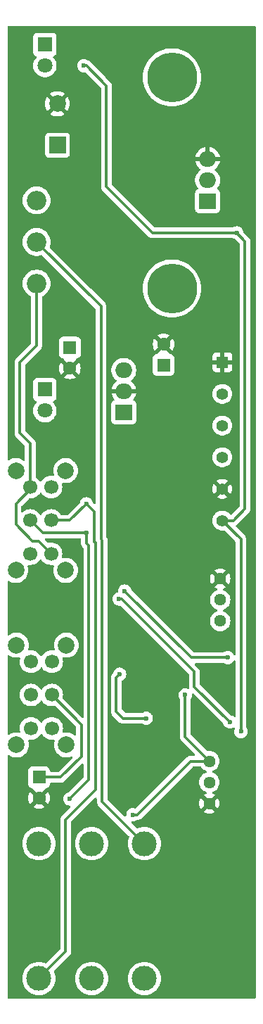
<source format=gbr>
%TF.GenerationSoftware,KiCad,Pcbnew,8.0.1*%
%TF.CreationDate,2024-07-30T21:31:35-05:00*%
%TF.ProjectId,expression-pedal-to-pwm,65787072-6573-4736-996f-6e2d70656461,rev?*%
%TF.SameCoordinates,Original*%
%TF.FileFunction,Copper,L2,Bot*%
%TF.FilePolarity,Positive*%
%FSLAX46Y46*%
G04 Gerber Fmt 4.6, Leading zero omitted, Abs format (unit mm)*
G04 Created by KiCad (PCBNEW 8.0.1) date 2024-07-30 21:31:35*
%MOMM*%
%LPD*%
G01*
G04 APERTURE LIST*
%TA.AperFunction,ComponentPad*%
%ADD10C,2.340000*%
%TD*%
%TA.AperFunction,ComponentPad*%
%ADD11R,2.000000X2.000000*%
%TD*%
%TA.AperFunction,ComponentPad*%
%ADD12C,2.000000*%
%TD*%
%TA.AperFunction,ComponentPad*%
%ADD13R,1.400000X1.400000*%
%TD*%
%TA.AperFunction,ComponentPad*%
%ADD14C,1.400000*%
%TD*%
%TA.AperFunction,ComponentPad*%
%ADD15C,1.440000*%
%TD*%
%TA.AperFunction,ComponentPad*%
%ADD16C,6.000000*%
%TD*%
%TA.AperFunction,ComponentPad*%
%ADD17R,1.800000X1.800000*%
%TD*%
%TA.AperFunction,ComponentPad*%
%ADD18C,1.800000*%
%TD*%
%TA.AperFunction,ComponentPad*%
%ADD19C,3.000000*%
%TD*%
%TA.AperFunction,ComponentPad*%
%ADD20R,2.000000X1.905000*%
%TD*%
%TA.AperFunction,ComponentPad*%
%ADD21O,2.000000X1.905000*%
%TD*%
%TA.AperFunction,ComponentPad*%
%ADD22R,1.600000X1.600000*%
%TD*%
%TA.AperFunction,ComponentPad*%
%ADD23C,1.600000*%
%TD*%
%TA.AperFunction,ComponentPad*%
%ADD24C,1.700000*%
%TD*%
%TA.AperFunction,ViaPad*%
%ADD25C,0.600000*%
%TD*%
%TA.AperFunction,Conductor*%
%ADD26C,0.300000*%
%TD*%
G04 APERTURE END LIST*
D10*
%TO.P,RV3,1,1*%
%TO.N,VREF_LOW*%
X113000000Y-96000000D03*
%TO.P,RV3,2,2*%
%TO.N,Net-(J4-PadTN)*%
X113000000Y-101000000D03*
%TO.P,RV3,3,3*%
%TO.N,VREF_HIGH*%
X113000000Y-106000000D03*
%TD*%
D11*
%TO.P,C11,1*%
%TO.N,/Power In*%
X115500000Y-89367677D03*
D12*
%TO.P,C11,2*%
%TO.N,GND*%
X115500000Y-84367677D03*
%TD*%
D13*
%TO.P,J5,1,Pin_1*%
%TO.N,GND*%
X135355000Y-115475000D03*
D14*
%TO.P,J5,2,Pin_2*%
%TO.N,/Power In*%
X135355000Y-119285000D03*
%TO.P,J5,3,Pin_3*%
%TO.N,Net-(D1-A)*%
X135355000Y-123095000D03*
%TO.P,J5,4,Pin_4*%
%TO.N,/Power In*%
X135355000Y-126905000D03*
%TO.P,J5,5,Pin_5*%
%TO.N,GND*%
X135355000Y-130715000D03*
%TO.P,J5,6,Pin_6*%
%TO.N,/PWM*%
X135355000Y-134525000D03*
%TD*%
D15*
%TO.P,RV2,1,1*%
%TO.N,5V*%
X135100000Y-146600000D03*
%TO.P,RV2,2,2*%
%TO.N,Net-(U1D-+)*%
X135100000Y-144060000D03*
%TO.P,RV2,3,3*%
%TO.N,GND*%
X135100000Y-141520000D03*
%TD*%
D16*
%TO.P,HS1,1,Pin_1*%
%TO.N,unconnected-(HS1-Pin_1-Pad1)_0*%
X129300000Y-81200000D03*
%TO.N,unconnected-(HS1-Pin_1-Pad1)*%
X129300000Y-106600000D03*
%TD*%
D17*
%TO.P,D9,1,K*%
%TO.N,Net-(D9-K)*%
X114000000Y-77250000D03*
D18*
%TO.P,D9,2,A*%
%TO.N,/PWM*%
X114000000Y-79790000D03*
%TD*%
D19*
%TO.P,J4,R*%
%TO.N,/Ring*%
X119625000Y-189615000D03*
%TO.P,J4,RN*%
%TO.N,unconnected-(J4-PadRN)*%
X119625000Y-173385000D03*
%TO.P,J4,S*%
%TO.N,/Sleeve*%
X113275000Y-189615000D03*
%TO.P,J4,SN*%
%TO.N,unconnected-(J4-PadSN)*%
X113275000Y-173385000D03*
%TO.P,J4,T*%
%TO.N,/Tip*%
X125975000Y-189615000D03*
%TO.P,J4,TN*%
%TO.N,Net-(J4-PadTN)*%
X125975000Y-173385000D03*
%TD*%
D20*
%TO.P,Q1,1,G*%
%TO.N,Net-(Q1-G)*%
X133590000Y-96100000D03*
D21*
%TO.P,Q1,2,D*%
%TO.N,Net-(D1-A)*%
X133590000Y-93560000D03*
%TO.P,Q1,3,S*%
%TO.N,GND*%
X133590000Y-91020000D03*
%TD*%
D22*
%TO.P,C9,1*%
%TO.N,Net-(C9-Pad1)*%
X113300000Y-165394888D03*
D23*
%TO.P,C9,2*%
%TO.N,GND*%
X113300000Y-167894888D03*
%TD*%
D12*
%TO.P,SW2,*%
%TO.N,*%
X116582500Y-149500000D03*
X110582500Y-149500000D03*
X116582500Y-161500000D03*
X110582500Y-161500000D03*
D24*
%TO.P,SW2,1,A*%
%TO.N,unconnected-(SW2-A-Pad1)*%
X114832500Y-151500000D03*
%TO.P,SW2,2,B*%
%TO.N,Net-(C9-Pad1)*%
X114832500Y-155500000D03*
%TO.P,SW2,3,C*%
%TO.N,/Tip_filtered*%
X114832500Y-159500000D03*
%TO.P,SW2,4,A*%
%TO.N,unconnected-(SW2-A-Pad4)*%
X112332500Y-151500000D03*
%TO.P,SW2,5,B*%
%TO.N,unconnected-(SW2-B-Pad5)*%
X112332500Y-155500000D03*
%TO.P,SW2,6,C*%
%TO.N,unconnected-(SW2-C-Pad6)*%
X112332500Y-159500000D03*
%TD*%
D22*
%TO.P,C1,1*%
%TO.N,/Power In*%
X128300000Y-115805113D03*
D23*
%TO.P,C1,2*%
%TO.N,GND*%
X128300000Y-113305113D03*
%TD*%
D12*
%TO.P,SW1,*%
%TO.N,*%
X116500000Y-128500000D03*
X110500000Y-128500000D03*
X116500000Y-140500000D03*
X110500000Y-140500000D03*
D24*
%TO.P,SW1,1,A*%
%TO.N,VREF_LOW*%
X114750000Y-130500000D03*
%TO.P,SW1,2,B*%
%TO.N,/Sleeve*%
X114750000Y-134500000D03*
%TO.P,SW1,3,C*%
%TO.N,VREF_HIGH*%
X114750000Y-138500000D03*
%TO.P,SW1,4,A*%
X112250000Y-130500000D03*
%TO.P,SW1,5,B*%
%TO.N,/Ring*%
X112250000Y-134500000D03*
%TO.P,SW1,6,C*%
%TO.N,VREF_LOW*%
X112250000Y-138500000D03*
%TD*%
D20*
%TO.P,U2,1,VI*%
%TO.N,/Power In*%
X123500000Y-121500000D03*
D21*
%TO.P,U2,2,GND*%
%TO.N,GND*%
X123500000Y-118960000D03*
%TO.P,U2,3,VO*%
%TO.N,5V*%
X123500000Y-116420000D03*
%TD*%
D15*
%TO.P,RV1,1,1*%
%TO.N,5V*%
X133800000Y-163460000D03*
%TO.P,RV1,2,2*%
%TO.N,Net-(U1C-+)*%
X133800000Y-166000000D03*
%TO.P,RV1,3,3*%
%TO.N,GND*%
X133800000Y-168540000D03*
%TD*%
D17*
%TO.P,D8,1,K*%
%TO.N,Net-(D8-K)*%
X114000000Y-118750000D03*
D18*
%TO.P,D8,2,A*%
%TO.N,5V*%
X114000000Y-121290000D03*
%TD*%
D22*
%TO.P,C3,1*%
%TO.N,5V*%
X117000000Y-113700000D03*
D23*
%TO.P,C3,2*%
%TO.N,GND*%
X117000000Y-116200000D03*
%TD*%
D25*
%TO.N,/OscillatorVoltage*%
X123000000Y-153000000D03*
X126200000Y-158300000D03*
%TO.N,5V*%
X124600000Y-169900000D03*
X130900000Y-155500000D03*
%TO.N,/PWM*%
X118690000Y-79790000D03*
X137600000Y-159900000D03*
X137100000Y-99900000D03*
%TO.N,GND*%
X131100000Y-130200000D03*
X138100000Y-90900000D03*
X111800000Y-178500000D03*
X122700000Y-151100000D03*
X123900000Y-100500000D03*
X125800000Y-87500000D03*
X136600000Y-81000000D03*
X118900000Y-87300000D03*
X130900000Y-90900000D03*
X127100000Y-97600000D03*
X137400000Y-176400000D03*
X136000000Y-155500000D03*
X133200000Y-87100000D03*
X127600000Y-143000000D03*
X111100000Y-81300000D03*
X111200000Y-110700000D03*
X121800000Y-119800000D03*
X122900000Y-178200000D03*
X124100000Y-93500000D03*
X132700000Y-181400000D03*
X111000000Y-76300000D03*
X117200000Y-146600000D03*
X122900000Y-160600000D03*
X124400000Y-149300000D03*
X127600000Y-136800000D03*
X130700000Y-146400000D03*
X129700000Y-161600000D03*
X137200000Y-76600000D03*
X118800000Y-101200000D03*
X111100000Y-144600000D03*
X111400000Y-87800000D03*
X124100000Y-127000000D03*
X111600000Y-185400000D03*
X135800000Y-168900000D03*
X138800000Y-155500000D03*
X133000000Y-141500000D03*
X132900000Y-173000000D03*
X121600000Y-78500000D03*
X118000000Y-165200000D03*
X127000000Y-130800000D03*
X123400000Y-184500000D03*
X123200000Y-146200000D03*
X134200000Y-149200000D03*
X119700000Y-118700000D03*
X118400000Y-110300000D03*
X121900000Y-117800000D03*
X117500000Y-155300000D03*
X130700000Y-148100000D03*
X110800000Y-168100000D03*
X135400000Y-161800000D03*
X118100000Y-120300000D03*
X138800000Y-152700000D03*
X136300000Y-189100000D03*
X137500000Y-166500000D03*
X134300000Y-112300000D03*
X125100000Y-165000000D03*
X127500000Y-135300000D03*
X115800000Y-124900000D03*
X135600000Y-104200000D03*
X123100000Y-108700000D03*
%TO.N,VREF_HIGH*%
X123600000Y-143000000D03*
X136000000Y-151000000D03*
%TO.N,VREF_LOW*%
X136250000Y-158750000D03*
X122939998Y-143950000D03*
%TO.N,/Ring*%
X119000000Y-136000000D03*
X117000000Y-168000000D03*
%TO.N,/Sleeve*%
X119000000Y-132500000D03*
%TD*%
D26*
%TO.N,/OscillatorVoltage*%
X123400000Y-158300000D02*
X122600000Y-157500000D01*
X122600000Y-153400000D02*
X123000000Y-153000000D01*
X126200000Y-158300000D02*
X123400000Y-158300000D01*
X122600000Y-157500000D02*
X122600000Y-153400000D01*
%TO.N,5V*%
X124600000Y-169900000D02*
X125100000Y-169900000D01*
X130900000Y-160560000D02*
X133800000Y-163460000D01*
X130900000Y-155500000D02*
X130900000Y-160560000D01*
X125100000Y-169900000D02*
X131540000Y-163460000D01*
X131540000Y-163460000D02*
X133800000Y-163460000D01*
%TO.N,/PWM*%
X137600000Y-159900000D02*
X137600000Y-136770000D01*
X137600000Y-136770000D02*
X135355000Y-134525000D01*
X118990000Y-79790000D02*
X121400000Y-82200000D01*
X135355000Y-134525000D02*
X136675000Y-134525000D01*
X136675000Y-134525000D02*
X138100000Y-133100000D01*
X121400000Y-94300000D02*
X127000000Y-99900000D01*
X121400000Y-82200000D02*
X121400000Y-94300000D01*
X138100000Y-100900000D02*
X137100000Y-99900000D01*
X118690000Y-79790000D02*
X118990000Y-79790000D01*
X127000000Y-99900000D02*
X137100000Y-99900000D01*
X138100000Y-133100000D02*
X138100000Y-100900000D01*
%TO.N,Net-(J4-PadTN)*%
X120900000Y-168310000D02*
X125975000Y-173385000D01*
X120900000Y-136874874D02*
X120900000Y-168310000D01*
X113000000Y-101000000D02*
X120750000Y-108750000D01*
X120750000Y-136724874D02*
X120900000Y-136874874D01*
X120750000Y-108750000D02*
X120750000Y-136724874D01*
%TO.N,VREF_HIGH*%
X113250000Y-137000000D02*
X114750000Y-138500000D01*
X123600000Y-143000000D02*
X131600000Y-151000000D01*
X112250000Y-125250000D02*
X112250000Y-130500000D01*
X113000000Y-106000000D02*
X113000000Y-113500000D01*
X113000000Y-113500000D02*
X111000000Y-115500000D01*
X112500000Y-137000000D02*
X113250000Y-137000000D01*
X110500000Y-135000000D02*
X112500000Y-137000000D01*
X110500000Y-132500000D02*
X110500000Y-135000000D01*
X111000000Y-115500000D02*
X111000000Y-124000000D01*
X111000000Y-124000000D02*
X112250000Y-125250000D01*
X112250000Y-130500000D02*
X112250000Y-130750000D01*
X131600000Y-151000000D02*
X136000000Y-151000000D01*
X112250000Y-130750000D02*
X110500000Y-132500000D01*
%TO.N,VREF_LOW*%
X123250000Y-143950000D02*
X132000000Y-152700000D01*
X122939998Y-143950000D02*
X123250000Y-143950000D01*
X132000000Y-154500000D02*
X136250000Y-158750000D01*
X132000000Y-152700000D02*
X132000000Y-154500000D01*
%TO.N,/Ring*%
X119000000Y-136000000D02*
X119000000Y-137237615D01*
X119300000Y-165700000D02*
X117000000Y-168000000D01*
X119000000Y-136000000D02*
X113750000Y-136000000D01*
X119000000Y-137237615D02*
X119300000Y-137537615D01*
X113750000Y-136000000D02*
X112250000Y-134500000D01*
X119300000Y-137537615D02*
X119300000Y-165700000D01*
%TO.N,/Sleeve*%
X119950000Y-137056245D02*
X120100000Y-137206245D01*
X116500000Y-186390000D02*
X113275000Y-189615000D01*
X117000000Y-134500000D02*
X114750000Y-134500000D01*
X116500000Y-170500000D02*
X116500000Y-186390000D01*
X119000000Y-132500000D02*
X119950000Y-133450000D01*
X120100000Y-166900000D02*
X116500000Y-170500000D01*
X119950000Y-133450000D02*
X119950000Y-137056245D01*
X119000000Y-132500000D02*
X117000000Y-134500000D01*
X120100000Y-137206245D02*
X120100000Y-166900000D01*
%TO.N,Net-(C9-Pad1)*%
X118400000Y-159067500D02*
X114832500Y-155500000D01*
X118400000Y-162900000D02*
X118400000Y-159067500D01*
X115905112Y-165394888D02*
X118400000Y-162900000D01*
X113300000Y-165394888D02*
X115905112Y-165394888D01*
%TD*%
%TA.AperFunction,Conductor*%
%TO.N,GND*%
G36*
X139342539Y-75020185D02*
G01*
X139388294Y-75072989D01*
X139399500Y-75124500D01*
X139399500Y-191875500D01*
X139379815Y-191942539D01*
X139327011Y-191988294D01*
X139275500Y-191999500D01*
X109624500Y-191999500D01*
X109557461Y-191979815D01*
X109511706Y-191927011D01*
X109500500Y-191875500D01*
X109500500Y-173385001D01*
X111269390Y-173385001D01*
X111289804Y-173670433D01*
X111350628Y-173950037D01*
X111450635Y-174218166D01*
X111587770Y-174469309D01*
X111587775Y-174469317D01*
X111759254Y-174698387D01*
X111759270Y-174698405D01*
X111961594Y-174900729D01*
X111961612Y-174900745D01*
X112190682Y-175072224D01*
X112190690Y-175072229D01*
X112441833Y-175209364D01*
X112441832Y-175209364D01*
X112441836Y-175209365D01*
X112441839Y-175209367D01*
X112709954Y-175309369D01*
X112709960Y-175309370D01*
X112709962Y-175309371D01*
X112989566Y-175370195D01*
X112989568Y-175370195D01*
X112989572Y-175370196D01*
X113243220Y-175388337D01*
X113274999Y-175390610D01*
X113275000Y-175390610D01*
X113275001Y-175390610D01*
X113303595Y-175388564D01*
X113560428Y-175370196D01*
X113840046Y-175309369D01*
X114108161Y-175209367D01*
X114359315Y-175072226D01*
X114588395Y-174900739D01*
X114790739Y-174698395D01*
X114962226Y-174469315D01*
X115099367Y-174218161D01*
X115199369Y-173950046D01*
X115260196Y-173670428D01*
X115280610Y-173385000D01*
X115260196Y-173099572D01*
X115199369Y-172819954D01*
X115099367Y-172551839D01*
X114962226Y-172300685D01*
X114962224Y-172300682D01*
X114790745Y-172071612D01*
X114790729Y-172071594D01*
X114588405Y-171869270D01*
X114588387Y-171869254D01*
X114359317Y-171697775D01*
X114359309Y-171697770D01*
X114108166Y-171560635D01*
X114108167Y-171560635D01*
X114000915Y-171520632D01*
X113840046Y-171460631D01*
X113840043Y-171460630D01*
X113840037Y-171460628D01*
X113560433Y-171399804D01*
X113275001Y-171379390D01*
X113274999Y-171379390D01*
X112989566Y-171399804D01*
X112709962Y-171460628D01*
X112441833Y-171560635D01*
X112190690Y-171697770D01*
X112190682Y-171697775D01*
X111961612Y-171869254D01*
X111961594Y-171869270D01*
X111759270Y-172071594D01*
X111759254Y-172071612D01*
X111587775Y-172300682D01*
X111587770Y-172300690D01*
X111450635Y-172551833D01*
X111350628Y-172819962D01*
X111289804Y-173099566D01*
X111269390Y-173384998D01*
X111269390Y-173385001D01*
X109500500Y-173385001D01*
X109500500Y-162812927D01*
X109520185Y-162745888D01*
X109572989Y-162700133D01*
X109642147Y-162690189D01*
X109700658Y-162715072D01*
X109758991Y-162760474D01*
X109977690Y-162878828D01*
X110212886Y-162959571D01*
X110458165Y-163000500D01*
X110706835Y-163000500D01*
X110952114Y-162959571D01*
X111187310Y-162878828D01*
X111406009Y-162760474D01*
X111602244Y-162607738D01*
X111770664Y-162424785D01*
X111906673Y-162216607D01*
X112006563Y-161988881D01*
X112067608Y-161747821D01*
X112088143Y-161500000D01*
X112067608Y-161252179D01*
X112067607Y-161252175D01*
X112006562Y-161011114D01*
X112004899Y-161006271D01*
X112005971Y-161005902D01*
X111997769Y-160942076D01*
X112027743Y-160878962D01*
X112087081Y-160842073D01*
X112131032Y-160838032D01*
X112314095Y-160854048D01*
X112332499Y-160855659D01*
X112332500Y-160855659D01*
X112332501Y-160855659D01*
X112376630Y-160851798D01*
X112567908Y-160835063D01*
X112796163Y-160773903D01*
X113010330Y-160674035D01*
X113203901Y-160538495D01*
X113370995Y-160371401D01*
X113480925Y-160214405D01*
X113535502Y-160170780D01*
X113605000Y-160163586D01*
X113667355Y-160195109D01*
X113684075Y-160214405D01*
X113790239Y-160366024D01*
X113794005Y-160371401D01*
X113961099Y-160538495D01*
X114057884Y-160606265D01*
X114154665Y-160674032D01*
X114154667Y-160674033D01*
X114154670Y-160674035D01*
X114368837Y-160773903D01*
X114597092Y-160835063D01*
X114785418Y-160851539D01*
X114832499Y-160855659D01*
X114832500Y-160855659D01*
X114832501Y-160855659D01*
X114849363Y-160854183D01*
X115033965Y-160838032D01*
X115102462Y-160851798D01*
X115152645Y-160900413D01*
X115168579Y-160968442D01*
X115159588Y-161006100D01*
X115160100Y-161006276D01*
X115158436Y-161011120D01*
X115097392Y-161252175D01*
X115097390Y-161252187D01*
X115076857Y-161499994D01*
X115076857Y-161500005D01*
X115097390Y-161747812D01*
X115097392Y-161747824D01*
X115158436Y-161988881D01*
X115258326Y-162216606D01*
X115394333Y-162424782D01*
X115394336Y-162424785D01*
X115562756Y-162607738D01*
X115758991Y-162760474D01*
X115758993Y-162760475D01*
X115895773Y-162834497D01*
X115977690Y-162878828D01*
X116212886Y-162959571D01*
X116458165Y-163000500D01*
X116706835Y-163000500D01*
X116952114Y-162959571D01*
X117158393Y-162888754D01*
X117228190Y-162885605D01*
X117288612Y-162920691D01*
X117320472Y-162982873D01*
X117313657Y-163052410D01*
X117286336Y-163093717D01*
X115671985Y-164708069D01*
X115610662Y-164741554D01*
X115584304Y-164744388D01*
X114724499Y-164744388D01*
X114657460Y-164724703D01*
X114611705Y-164671899D01*
X114600499Y-164620388D01*
X114600499Y-164547017D01*
X114600498Y-164547011D01*
X114600497Y-164547004D01*
X114594091Y-164487405D01*
X114560942Y-164398529D01*
X114543797Y-164352559D01*
X114543793Y-164352552D01*
X114457547Y-164237343D01*
X114457544Y-164237340D01*
X114342335Y-164151094D01*
X114342328Y-164151090D01*
X114207482Y-164100796D01*
X114207483Y-164100796D01*
X114147883Y-164094389D01*
X114147881Y-164094388D01*
X114147873Y-164094388D01*
X114147864Y-164094388D01*
X112452129Y-164094388D01*
X112452123Y-164094389D01*
X112392516Y-164100796D01*
X112257671Y-164151090D01*
X112257664Y-164151094D01*
X112142455Y-164237340D01*
X112142452Y-164237343D01*
X112056206Y-164352552D01*
X112056202Y-164352559D01*
X112005908Y-164487405D01*
X111999501Y-164547004D01*
X111999501Y-164547011D01*
X111999500Y-164547023D01*
X111999500Y-166242758D01*
X111999501Y-166242764D01*
X112005908Y-166302371D01*
X112056202Y-166437216D01*
X112056206Y-166437223D01*
X112142452Y-166552432D01*
X112142455Y-166552435D01*
X112257664Y-166638681D01*
X112257671Y-166638685D01*
X112302618Y-166655449D01*
X112392517Y-166688979D01*
X112452127Y-166695388D01*
X112452153Y-166695387D01*
X112455453Y-166695566D01*
X112455372Y-166697071D01*
X112516672Y-166715000D01*
X112562483Y-166767755D01*
X112570016Y-166811352D01*
X113253553Y-167494888D01*
X113247339Y-167494888D01*
X113145606Y-167522147D01*
X113054394Y-167574808D01*
X112979920Y-167649282D01*
X112927259Y-167740494D01*
X112900000Y-167842227D01*
X112900000Y-167848440D01*
X112220974Y-167169414D01*
X112220973Y-167169414D01*
X112169868Y-167242400D01*
X112169866Y-167242404D01*
X112073734Y-167448561D01*
X112073730Y-167448570D01*
X112014860Y-167668277D01*
X112014858Y-167668288D01*
X111995034Y-167894885D01*
X111995034Y-167894890D01*
X112014858Y-168121487D01*
X112014860Y-168121498D01*
X112073730Y-168341205D01*
X112073735Y-168341219D01*
X112169863Y-168547366D01*
X112220974Y-168620360D01*
X112900000Y-167941334D01*
X112900000Y-167947549D01*
X112927259Y-168049282D01*
X112979920Y-168140494D01*
X113054394Y-168214968D01*
X113145606Y-168267629D01*
X113247339Y-168294888D01*
X113253553Y-168294888D01*
X112574526Y-168973913D01*
X112647513Y-169025020D01*
X112647521Y-169025024D01*
X112853668Y-169121152D01*
X112853682Y-169121157D01*
X113073389Y-169180027D01*
X113073400Y-169180029D01*
X113299998Y-169199854D01*
X113300002Y-169199854D01*
X113526599Y-169180029D01*
X113526610Y-169180027D01*
X113746317Y-169121157D01*
X113746331Y-169121152D01*
X113952478Y-169025024D01*
X114025471Y-168973912D01*
X113346447Y-168294888D01*
X113352661Y-168294888D01*
X113454394Y-168267629D01*
X113545606Y-168214968D01*
X113620080Y-168140494D01*
X113672741Y-168049282D01*
X113700000Y-167947549D01*
X113700000Y-167941335D01*
X114379024Y-168620359D01*
X114430136Y-168547366D01*
X114526264Y-168341219D01*
X114526269Y-168341205D01*
X114585139Y-168121498D01*
X114585141Y-168121487D01*
X114604966Y-167894890D01*
X114604966Y-167894885D01*
X114585141Y-167668288D01*
X114585139Y-167668277D01*
X114526269Y-167448570D01*
X114526264Y-167448556D01*
X114430136Y-167242409D01*
X114430132Y-167242401D01*
X114379025Y-167169414D01*
X113700000Y-167848439D01*
X113700000Y-167842227D01*
X113672741Y-167740494D01*
X113620080Y-167649282D01*
X113545606Y-167574808D01*
X113454394Y-167522147D01*
X113352661Y-167494888D01*
X113346448Y-167494888D01*
X114030645Y-166810689D01*
X114040492Y-166761695D01*
X114089107Y-166711512D01*
X114144633Y-166696869D01*
X114144576Y-166695788D01*
X114144571Y-166695742D01*
X114144573Y-166695741D01*
X114144564Y-166695564D01*
X114147857Y-166695387D01*
X114147872Y-166695387D01*
X114207483Y-166688979D01*
X114342331Y-166638684D01*
X114457546Y-166552434D01*
X114543796Y-166437219D01*
X114594091Y-166302371D01*
X114600500Y-166242761D01*
X114600500Y-166169388D01*
X114620185Y-166102349D01*
X114672989Y-166056594D01*
X114724500Y-166045388D01*
X115969183Y-166045388D01*
X116053727Y-166028570D01*
X116094856Y-166020389D01*
X116213239Y-165971353D01*
X116215948Y-165969542D01*
X116216884Y-165968918D01*
X116252103Y-165945385D01*
X116319781Y-165900165D01*
X118437819Y-163782127D01*
X118499142Y-163748642D01*
X118568834Y-163753626D01*
X118624767Y-163795498D01*
X118649184Y-163860962D01*
X118649500Y-163869808D01*
X118649500Y-165379191D01*
X118629815Y-165446230D01*
X118613181Y-165466872D01*
X116901775Y-167178277D01*
X116840452Y-167211762D01*
X116827988Y-167213815D01*
X116820752Y-167214630D01*
X116820744Y-167214632D01*
X116650478Y-167274210D01*
X116497737Y-167370184D01*
X116370184Y-167497737D01*
X116274211Y-167650476D01*
X116214631Y-167820745D01*
X116214630Y-167820750D01*
X116194435Y-167999996D01*
X116194435Y-168000003D01*
X116214630Y-168179249D01*
X116214631Y-168179254D01*
X116274211Y-168349523D01*
X116360807Y-168487339D01*
X116370184Y-168502262D01*
X116497738Y-168629816D01*
X116588080Y-168686582D01*
X116648695Y-168724669D01*
X116650478Y-168725789D01*
X116727254Y-168752654D01*
X116820745Y-168785368D01*
X116820750Y-168785369D01*
X116990822Y-168804531D01*
X117055236Y-168831597D01*
X117094791Y-168889192D01*
X117096929Y-168959029D01*
X117064620Y-169015432D01*
X115994726Y-170085326D01*
X115923534Y-170191874D01*
X115874499Y-170310255D01*
X115874497Y-170310261D01*
X115849500Y-170435928D01*
X115849500Y-186069191D01*
X115829815Y-186136230D01*
X115813181Y-186156872D01*
X114216411Y-187753641D01*
X114155088Y-187787126D01*
X114085397Y-187782142D01*
X113982178Y-187743643D01*
X113840046Y-187690631D01*
X113840042Y-187690630D01*
X113840039Y-187690629D01*
X113560433Y-187629804D01*
X113275001Y-187609390D01*
X113274999Y-187609390D01*
X112989566Y-187629804D01*
X112709962Y-187690628D01*
X112441833Y-187790635D01*
X112190690Y-187927770D01*
X112190682Y-187927775D01*
X111961612Y-188099254D01*
X111961594Y-188099270D01*
X111759270Y-188301594D01*
X111759254Y-188301612D01*
X111587775Y-188530682D01*
X111587770Y-188530690D01*
X111450635Y-188781833D01*
X111350628Y-189049962D01*
X111289804Y-189329566D01*
X111269390Y-189614998D01*
X111269390Y-189615001D01*
X111289804Y-189900433D01*
X111350628Y-190180037D01*
X111450635Y-190448166D01*
X111587770Y-190699309D01*
X111587775Y-190699317D01*
X111759254Y-190928387D01*
X111759270Y-190928405D01*
X111961594Y-191130729D01*
X111961612Y-191130745D01*
X112190682Y-191302224D01*
X112190690Y-191302229D01*
X112441833Y-191439364D01*
X112441832Y-191439364D01*
X112441836Y-191439365D01*
X112441839Y-191439367D01*
X112709954Y-191539369D01*
X112709960Y-191539370D01*
X112709962Y-191539371D01*
X112989566Y-191600195D01*
X112989568Y-191600195D01*
X112989572Y-191600196D01*
X113243220Y-191618337D01*
X113274999Y-191620610D01*
X113275000Y-191620610D01*
X113275001Y-191620610D01*
X113303595Y-191618564D01*
X113560428Y-191600196D01*
X113840046Y-191539369D01*
X114108161Y-191439367D01*
X114359315Y-191302226D01*
X114588395Y-191130739D01*
X114790739Y-190928395D01*
X114962226Y-190699315D01*
X115099367Y-190448161D01*
X115199369Y-190180046D01*
X115260196Y-189900428D01*
X115280610Y-189615001D01*
X117619390Y-189615001D01*
X117639804Y-189900433D01*
X117700628Y-190180037D01*
X117800635Y-190448166D01*
X117937770Y-190699309D01*
X117937775Y-190699317D01*
X118109254Y-190928387D01*
X118109270Y-190928405D01*
X118311594Y-191130729D01*
X118311612Y-191130745D01*
X118540682Y-191302224D01*
X118540690Y-191302229D01*
X118791833Y-191439364D01*
X118791832Y-191439364D01*
X118791836Y-191439365D01*
X118791839Y-191439367D01*
X119059954Y-191539369D01*
X119059960Y-191539370D01*
X119059962Y-191539371D01*
X119339566Y-191600195D01*
X119339568Y-191600195D01*
X119339572Y-191600196D01*
X119593220Y-191618337D01*
X119624999Y-191620610D01*
X119625000Y-191620610D01*
X119625001Y-191620610D01*
X119653595Y-191618564D01*
X119910428Y-191600196D01*
X120190046Y-191539369D01*
X120458161Y-191439367D01*
X120709315Y-191302226D01*
X120938395Y-191130739D01*
X121140739Y-190928395D01*
X121312226Y-190699315D01*
X121449367Y-190448161D01*
X121549369Y-190180046D01*
X121610196Y-189900428D01*
X121630610Y-189615001D01*
X123969390Y-189615001D01*
X123989804Y-189900433D01*
X124050628Y-190180037D01*
X124150635Y-190448166D01*
X124287770Y-190699309D01*
X124287775Y-190699317D01*
X124459254Y-190928387D01*
X124459270Y-190928405D01*
X124661594Y-191130729D01*
X124661612Y-191130745D01*
X124890682Y-191302224D01*
X124890690Y-191302229D01*
X125141833Y-191439364D01*
X125141832Y-191439364D01*
X125141836Y-191439365D01*
X125141839Y-191439367D01*
X125409954Y-191539369D01*
X125409960Y-191539370D01*
X125409962Y-191539371D01*
X125689566Y-191600195D01*
X125689568Y-191600195D01*
X125689572Y-191600196D01*
X125943220Y-191618337D01*
X125974999Y-191620610D01*
X125975000Y-191620610D01*
X125975001Y-191620610D01*
X126003595Y-191618564D01*
X126260428Y-191600196D01*
X126540046Y-191539369D01*
X126808161Y-191439367D01*
X127059315Y-191302226D01*
X127288395Y-191130739D01*
X127490739Y-190928395D01*
X127662226Y-190699315D01*
X127799367Y-190448161D01*
X127899369Y-190180046D01*
X127960196Y-189900428D01*
X127980610Y-189615000D01*
X127960196Y-189329572D01*
X127899369Y-189049954D01*
X127799367Y-188781839D01*
X127662226Y-188530685D01*
X127662224Y-188530682D01*
X127490745Y-188301612D01*
X127490729Y-188301594D01*
X127288405Y-188099270D01*
X127288387Y-188099254D01*
X127059317Y-187927775D01*
X127059309Y-187927770D01*
X126808166Y-187790635D01*
X126808167Y-187790635D01*
X126700915Y-187750632D01*
X126540046Y-187690631D01*
X126540043Y-187690630D01*
X126540037Y-187690628D01*
X126260433Y-187629804D01*
X125975001Y-187609390D01*
X125974999Y-187609390D01*
X125689566Y-187629804D01*
X125409962Y-187690628D01*
X125141833Y-187790635D01*
X124890690Y-187927770D01*
X124890682Y-187927775D01*
X124661612Y-188099254D01*
X124661594Y-188099270D01*
X124459270Y-188301594D01*
X124459254Y-188301612D01*
X124287775Y-188530682D01*
X124287770Y-188530690D01*
X124150635Y-188781833D01*
X124050628Y-189049962D01*
X123989804Y-189329566D01*
X123969390Y-189614998D01*
X123969390Y-189615001D01*
X121630610Y-189615001D01*
X121630610Y-189615000D01*
X121610196Y-189329572D01*
X121549369Y-189049954D01*
X121449367Y-188781839D01*
X121312226Y-188530685D01*
X121312224Y-188530682D01*
X121140745Y-188301612D01*
X121140729Y-188301594D01*
X120938405Y-188099270D01*
X120938387Y-188099254D01*
X120709317Y-187927775D01*
X120709309Y-187927770D01*
X120458166Y-187790635D01*
X120458167Y-187790635D01*
X120350915Y-187750632D01*
X120190046Y-187690631D01*
X120190043Y-187690630D01*
X120190037Y-187690628D01*
X119910433Y-187629804D01*
X119625001Y-187609390D01*
X119624999Y-187609390D01*
X119339566Y-187629804D01*
X119059962Y-187690628D01*
X118791833Y-187790635D01*
X118540690Y-187927770D01*
X118540682Y-187927775D01*
X118311612Y-188099254D01*
X118311594Y-188099270D01*
X118109270Y-188301594D01*
X118109254Y-188301612D01*
X117937775Y-188530682D01*
X117937770Y-188530690D01*
X117800635Y-188781833D01*
X117700628Y-189049962D01*
X117639804Y-189329566D01*
X117619390Y-189614998D01*
X117619390Y-189615001D01*
X115280610Y-189615001D01*
X115280610Y-189615000D01*
X115260196Y-189329572D01*
X115199369Y-189049954D01*
X115107855Y-188804598D01*
X115102872Y-188734910D01*
X115136355Y-188673589D01*
X117005277Y-186804669D01*
X117076465Y-186698127D01*
X117125501Y-186579743D01*
X117150500Y-186454069D01*
X117150500Y-186325931D01*
X117150500Y-173385001D01*
X117619390Y-173385001D01*
X117639804Y-173670433D01*
X117700628Y-173950037D01*
X117800635Y-174218166D01*
X117937770Y-174469309D01*
X117937775Y-174469317D01*
X118109254Y-174698387D01*
X118109270Y-174698405D01*
X118311594Y-174900729D01*
X118311612Y-174900745D01*
X118540682Y-175072224D01*
X118540690Y-175072229D01*
X118791833Y-175209364D01*
X118791832Y-175209364D01*
X118791836Y-175209365D01*
X118791839Y-175209367D01*
X119059954Y-175309369D01*
X119059960Y-175309370D01*
X119059962Y-175309371D01*
X119339566Y-175370195D01*
X119339568Y-175370195D01*
X119339572Y-175370196D01*
X119593220Y-175388337D01*
X119624999Y-175390610D01*
X119625000Y-175390610D01*
X119625001Y-175390610D01*
X119653595Y-175388564D01*
X119910428Y-175370196D01*
X120190046Y-175309369D01*
X120458161Y-175209367D01*
X120709315Y-175072226D01*
X120938395Y-174900739D01*
X121140739Y-174698395D01*
X121312226Y-174469315D01*
X121449367Y-174218161D01*
X121549369Y-173950046D01*
X121610196Y-173670428D01*
X121630610Y-173385000D01*
X121610196Y-173099572D01*
X121549369Y-172819954D01*
X121449367Y-172551839D01*
X121312226Y-172300685D01*
X121312224Y-172300682D01*
X121140745Y-172071612D01*
X121140729Y-172071594D01*
X120938405Y-171869270D01*
X120938387Y-171869254D01*
X120709317Y-171697775D01*
X120709309Y-171697770D01*
X120458166Y-171560635D01*
X120458167Y-171560635D01*
X120350915Y-171520632D01*
X120190046Y-171460631D01*
X120190043Y-171460630D01*
X120190037Y-171460628D01*
X119910433Y-171399804D01*
X119625001Y-171379390D01*
X119624999Y-171379390D01*
X119339566Y-171399804D01*
X119059962Y-171460628D01*
X118791833Y-171560635D01*
X118540690Y-171697770D01*
X118540682Y-171697775D01*
X118311612Y-171869254D01*
X118311594Y-171869270D01*
X118109270Y-172071594D01*
X118109254Y-172071612D01*
X117937775Y-172300682D01*
X117937770Y-172300690D01*
X117800635Y-172551833D01*
X117700628Y-172819962D01*
X117639804Y-173099566D01*
X117619390Y-173384998D01*
X117619390Y-173385001D01*
X117150500Y-173385001D01*
X117150500Y-170820808D01*
X117170185Y-170753769D01*
X117186819Y-170733127D01*
X120037819Y-167882127D01*
X120099142Y-167848642D01*
X120168834Y-167853626D01*
X120224767Y-167895498D01*
X120249184Y-167960962D01*
X120249500Y-167969808D01*
X120249500Y-168374070D01*
X120261527Y-168434529D01*
X120261527Y-168434531D01*
X120274497Y-168499736D01*
X120274499Y-168499744D01*
X120312986Y-168592661D01*
X120323535Y-168618127D01*
X120394723Y-168724669D01*
X120394726Y-168724673D01*
X120394727Y-168724674D01*
X124113641Y-172443587D01*
X124147126Y-172504910D01*
X124142142Y-172574601D01*
X124050629Y-172819960D01*
X123989804Y-173099566D01*
X123969390Y-173384998D01*
X123969390Y-173385001D01*
X123989804Y-173670433D01*
X124050628Y-173950037D01*
X124150635Y-174218166D01*
X124287770Y-174469309D01*
X124287775Y-174469317D01*
X124459254Y-174698387D01*
X124459270Y-174698405D01*
X124661594Y-174900729D01*
X124661612Y-174900745D01*
X124890682Y-175072224D01*
X124890690Y-175072229D01*
X125141833Y-175209364D01*
X125141832Y-175209364D01*
X125141836Y-175209365D01*
X125141839Y-175209367D01*
X125409954Y-175309369D01*
X125409960Y-175309370D01*
X125409962Y-175309371D01*
X125689566Y-175370195D01*
X125689568Y-175370195D01*
X125689572Y-175370196D01*
X125943220Y-175388337D01*
X125974999Y-175390610D01*
X125975000Y-175390610D01*
X125975001Y-175390610D01*
X126003595Y-175388564D01*
X126260428Y-175370196D01*
X126540046Y-175309369D01*
X126808161Y-175209367D01*
X127059315Y-175072226D01*
X127288395Y-174900739D01*
X127490739Y-174698395D01*
X127662226Y-174469315D01*
X127799367Y-174218161D01*
X127899369Y-173950046D01*
X127960196Y-173670428D01*
X127980610Y-173385000D01*
X127960196Y-173099572D01*
X127899369Y-172819954D01*
X127799367Y-172551839D01*
X127662226Y-172300685D01*
X127662224Y-172300682D01*
X127490745Y-172071612D01*
X127490729Y-172071594D01*
X127288405Y-171869270D01*
X127288387Y-171869254D01*
X127059317Y-171697775D01*
X127059309Y-171697770D01*
X126808166Y-171560635D01*
X126808167Y-171560635D01*
X126700915Y-171520632D01*
X126540046Y-171460631D01*
X126540043Y-171460630D01*
X126540037Y-171460628D01*
X126260433Y-171399804D01*
X125975001Y-171379390D01*
X125974999Y-171379390D01*
X125689566Y-171399804D01*
X125409960Y-171460629D01*
X125409955Y-171460630D01*
X125409954Y-171460631D01*
X125369070Y-171475879D01*
X125164601Y-171552142D01*
X125094909Y-171557126D01*
X125033587Y-171523641D01*
X124417267Y-170907321D01*
X124383782Y-170845998D01*
X124388766Y-170776306D01*
X124430638Y-170720373D01*
X124496102Y-170695956D01*
X124518831Y-170696420D01*
X124599996Y-170705565D01*
X124600000Y-170705565D01*
X124600004Y-170705565D01*
X124779249Y-170685369D01*
X124779251Y-170685368D01*
X124779255Y-170685368D01*
X124779258Y-170685366D01*
X124779262Y-170685366D01*
X124869377Y-170653832D01*
X124949522Y-170625789D01*
X125039096Y-170569505D01*
X125105068Y-170550500D01*
X125164071Y-170550500D01*
X125248615Y-170533682D01*
X125289744Y-170525501D01*
X125408127Y-170476465D01*
X125514669Y-170405277D01*
X131773127Y-164146819D01*
X131834450Y-164113334D01*
X131860808Y-164110500D01*
X132700979Y-164110500D01*
X132768018Y-164130185D01*
X132802554Y-164163377D01*
X132861471Y-164247520D01*
X133012478Y-164398527D01*
X133012481Y-164398529D01*
X133187419Y-164521021D01*
X133187421Y-164521022D01*
X133187420Y-164521022D01*
X133243139Y-164547004D01*
X133380970Y-164611276D01*
X133380983Y-164611279D01*
X133386064Y-164613130D01*
X133385292Y-164615250D01*
X133436710Y-164646594D01*
X133467237Y-164709442D01*
X133458939Y-164778817D01*
X133414452Y-164832693D01*
X133385685Y-164845830D01*
X133386064Y-164846870D01*
X133380972Y-164848723D01*
X133380970Y-164848724D01*
X133380968Y-164848725D01*
X133187421Y-164938977D01*
X133012478Y-165061472D01*
X132861472Y-165212478D01*
X132738977Y-165387421D01*
X132648725Y-165580968D01*
X132648721Y-165580977D01*
X132593452Y-165787247D01*
X132593450Y-165787258D01*
X132574838Y-165999998D01*
X132574838Y-166000001D01*
X132593450Y-166212741D01*
X132593452Y-166212752D01*
X132648721Y-166419022D01*
X132648723Y-166419026D01*
X132648724Y-166419030D01*
X132691171Y-166510058D01*
X132738977Y-166612578D01*
X132861472Y-166787521D01*
X133012478Y-166938527D01*
X133012481Y-166938529D01*
X133187419Y-167061021D01*
X133187421Y-167061022D01*
X133187420Y-167061022D01*
X133251936Y-167091106D01*
X133380970Y-167151276D01*
X133380983Y-167151279D01*
X133386064Y-167153130D01*
X133385390Y-167154978D01*
X133437680Y-167186857D01*
X133468204Y-167249707D01*
X133459903Y-167319082D01*
X133415413Y-167372956D01*
X133385904Y-167386432D01*
X133386236Y-167387342D01*
X133381140Y-167389197D01*
X133187671Y-167479412D01*
X133187669Y-167479413D01*
X133131969Y-167518415D01*
X133131968Y-167518415D01*
X133753554Y-168140000D01*
X133747339Y-168140000D01*
X133645606Y-168167259D01*
X133554394Y-168219920D01*
X133479920Y-168294394D01*
X133427259Y-168385606D01*
X133400000Y-168487339D01*
X133400000Y-168493553D01*
X132778415Y-167871968D01*
X132778415Y-167871969D01*
X132739413Y-167927669D01*
X132739412Y-167927671D01*
X132649197Y-168121140D01*
X132649194Y-168121146D01*
X132593945Y-168327337D01*
X132593944Y-168327345D01*
X132575340Y-168539997D01*
X132575340Y-168540002D01*
X132593944Y-168752654D01*
X132593945Y-168752662D01*
X132649194Y-168958853D01*
X132649197Y-168958859D01*
X132739413Y-169152329D01*
X132778415Y-169208030D01*
X133400000Y-168586445D01*
X133400000Y-168592661D01*
X133427259Y-168694394D01*
X133479920Y-168785606D01*
X133554394Y-168860080D01*
X133645606Y-168912741D01*
X133747339Y-168940000D01*
X133753553Y-168940000D01*
X133131968Y-169561584D01*
X133187663Y-169600582D01*
X133187669Y-169600586D01*
X133381140Y-169690802D01*
X133381146Y-169690805D01*
X133587337Y-169746054D01*
X133587345Y-169746055D01*
X133799998Y-169764660D01*
X133800002Y-169764660D01*
X134012654Y-169746055D01*
X134012662Y-169746054D01*
X134218853Y-169690805D01*
X134218864Y-169690801D01*
X134412325Y-169600589D01*
X134468030Y-169561583D01*
X133846448Y-168940000D01*
X133852661Y-168940000D01*
X133954394Y-168912741D01*
X134045606Y-168860080D01*
X134120080Y-168785606D01*
X134172741Y-168694394D01*
X134200000Y-168592661D01*
X134200000Y-168586447D01*
X134821583Y-169208029D01*
X134860589Y-169152325D01*
X134950801Y-168958864D01*
X134950805Y-168958853D01*
X135006054Y-168752662D01*
X135006055Y-168752654D01*
X135024660Y-168540002D01*
X135024660Y-168539997D01*
X135006055Y-168327345D01*
X135006054Y-168327337D01*
X134950805Y-168121146D01*
X134950802Y-168121140D01*
X134860586Y-167927669D01*
X134860582Y-167927663D01*
X134821584Y-167871968D01*
X134200000Y-168493552D01*
X134200000Y-168487339D01*
X134172741Y-168385606D01*
X134120080Y-168294394D01*
X134045606Y-168219920D01*
X133954394Y-168167259D01*
X133852661Y-168140000D01*
X133846447Y-168140000D01*
X134468030Y-167518415D01*
X134412329Y-167479413D01*
X134218859Y-167389197D01*
X134213764Y-167387342D01*
X134214455Y-167385443D01*
X134162325Y-167353667D01*
X134131797Y-167290820D01*
X134140093Y-167221444D01*
X134184579Y-167167567D01*
X134214257Y-167154014D01*
X134213936Y-167153130D01*
X134219013Y-167151280D01*
X134219030Y-167151276D01*
X134412581Y-167061021D01*
X134587519Y-166938529D01*
X134738529Y-166787519D01*
X134861021Y-166612581D01*
X134951276Y-166419030D01*
X135006549Y-166212747D01*
X135025162Y-166000000D01*
X135006549Y-165787253D01*
X134951276Y-165580970D01*
X134861021Y-165387419D01*
X134738529Y-165212481D01*
X134738527Y-165212478D01*
X134587521Y-165061472D01*
X134412578Y-164938977D01*
X134412579Y-164938977D01*
X134283547Y-164878809D01*
X134219030Y-164848724D01*
X134219023Y-164848722D01*
X134213936Y-164846870D01*
X134214709Y-164844746D01*
X134163305Y-164813424D01*
X134132766Y-164750581D01*
X134141050Y-164681204D01*
X134185528Y-164627320D01*
X134214315Y-164614172D01*
X134213936Y-164613130D01*
X134219013Y-164611280D01*
X134219030Y-164611276D01*
X134412581Y-164521021D01*
X134587519Y-164398529D01*
X134738529Y-164247519D01*
X134861021Y-164072581D01*
X134951276Y-163879030D01*
X135006549Y-163672747D01*
X135025162Y-163460000D01*
X135006549Y-163247253D01*
X134951276Y-163040970D01*
X134861021Y-162847419D01*
X134738529Y-162672481D01*
X134738527Y-162672478D01*
X134587521Y-162521472D01*
X134412578Y-162398977D01*
X134412579Y-162398977D01*
X134283547Y-162338809D01*
X134219030Y-162308724D01*
X134219026Y-162308723D01*
X134219022Y-162308721D01*
X134012752Y-162253452D01*
X134012748Y-162253451D01*
X134012747Y-162253451D01*
X134012746Y-162253450D01*
X134012741Y-162253450D01*
X133800002Y-162234838D01*
X133799999Y-162234838D01*
X133745057Y-162239644D01*
X133587253Y-162253451D01*
X133587251Y-162253451D01*
X133581861Y-162253923D01*
X133581746Y-162252617D01*
X133518570Y-162245557D01*
X133478823Y-162218877D01*
X131586819Y-160326873D01*
X131553334Y-160265550D01*
X131550500Y-160239192D01*
X131550500Y-156005067D01*
X131569507Y-155939094D01*
X131625788Y-155849524D01*
X131685368Y-155679254D01*
X131685369Y-155679249D01*
X131705565Y-155500003D01*
X131705565Y-155499998D01*
X131703341Y-155480263D01*
X131697689Y-155430101D01*
X131709743Y-155361281D01*
X131757092Y-155309901D01*
X131824702Y-155292276D01*
X131891108Y-155314002D01*
X131908590Y-155328537D01*
X135428277Y-158848223D01*
X135461762Y-158909546D01*
X135463815Y-158922012D01*
X135464630Y-158929246D01*
X135464632Y-158929255D01*
X135524210Y-159099521D01*
X135620184Y-159252262D01*
X135747738Y-159379816D01*
X135900478Y-159475789D01*
X136070745Y-159535368D01*
X136070750Y-159535369D01*
X136249996Y-159555565D01*
X136250000Y-159555565D01*
X136250004Y-159555565D01*
X136429249Y-159535369D01*
X136429252Y-159535368D01*
X136429255Y-159535368D01*
X136599522Y-159475789D01*
X136685071Y-159422034D01*
X136752307Y-159403034D01*
X136819142Y-159423401D01*
X136864356Y-159476669D01*
X136873595Y-159545925D01*
X136868085Y-159567982D01*
X136814632Y-159720742D01*
X136814630Y-159720750D01*
X136794435Y-159899996D01*
X136794435Y-159900003D01*
X136814630Y-160079249D01*
X136814631Y-160079254D01*
X136874211Y-160249523D01*
X136950793Y-160371401D01*
X136970184Y-160402262D01*
X137097738Y-160529816D01*
X137133400Y-160552224D01*
X137247743Y-160624071D01*
X137250478Y-160625789D01*
X137388349Y-160674032D01*
X137420745Y-160685368D01*
X137420750Y-160685369D01*
X137599996Y-160705565D01*
X137600000Y-160705565D01*
X137600004Y-160705565D01*
X137779249Y-160685369D01*
X137779252Y-160685368D01*
X137779255Y-160685368D01*
X137949522Y-160625789D01*
X138102262Y-160529816D01*
X138229816Y-160402262D01*
X138325789Y-160249522D01*
X138385368Y-160079255D01*
X138390724Y-160031722D01*
X138405565Y-159900003D01*
X138405565Y-159899996D01*
X138385369Y-159720750D01*
X138385366Y-159720737D01*
X138325790Y-159550481D01*
X138325789Y-159550478D01*
X138278859Y-159475789D01*
X138269506Y-159460903D01*
X138250500Y-159394931D01*
X138250500Y-136705928D01*
X138225502Y-136580261D01*
X138225501Y-136580260D01*
X138225501Y-136580256D01*
X138185767Y-136484330D01*
X138176466Y-136461874D01*
X138155665Y-136430744D01*
X138155664Y-136430743D01*
X138145440Y-136415441D01*
X138105276Y-136355330D01*
X138105274Y-136355328D01*
X138105272Y-136355325D01*
X138105271Y-136355324D01*
X137011009Y-135261063D01*
X136977524Y-135199740D01*
X136982508Y-135130048D01*
X137024380Y-135074115D01*
X137029785Y-135070289D01*
X137089669Y-135030277D01*
X138605276Y-133514670D01*
X138676465Y-133408127D01*
X138725501Y-133289744D01*
X138726371Y-133285368D01*
X138726372Y-133285362D01*
X138726373Y-133285362D01*
X138726373Y-133285357D01*
X138750500Y-133164069D01*
X138750500Y-100835931D01*
X138750500Y-100835928D01*
X138725502Y-100710261D01*
X138725501Y-100710260D01*
X138725501Y-100710256D01*
X138690514Y-100625789D01*
X138676466Y-100591874D01*
X138676465Y-100591872D01*
X138676464Y-100591870D01*
X138605278Y-100485332D01*
X138605272Y-100485325D01*
X137921722Y-99801776D01*
X137888237Y-99740453D01*
X137886182Y-99727973D01*
X137885368Y-99720745D01*
X137825789Y-99550478D01*
X137729816Y-99397738D01*
X137602262Y-99270184D01*
X137539096Y-99230494D01*
X137449523Y-99174211D01*
X137279254Y-99114631D01*
X137279249Y-99114630D01*
X137100004Y-99094435D01*
X137099996Y-99094435D01*
X136920750Y-99114630D01*
X136920737Y-99114633D01*
X136750481Y-99174209D01*
X136750477Y-99174210D01*
X136660904Y-99230494D01*
X136594932Y-99249500D01*
X127320808Y-99249500D01*
X127253769Y-99229815D01*
X127233127Y-99213181D01*
X125120316Y-97100370D01*
X132089500Y-97100370D01*
X132089501Y-97100376D01*
X132095908Y-97159983D01*
X132146202Y-97294828D01*
X132146206Y-97294835D01*
X132232452Y-97410044D01*
X132232455Y-97410047D01*
X132347664Y-97496293D01*
X132347671Y-97496297D01*
X132482517Y-97546591D01*
X132482516Y-97546591D01*
X132489444Y-97547335D01*
X132542127Y-97553000D01*
X134637872Y-97552999D01*
X134697483Y-97546591D01*
X134832331Y-97496296D01*
X134947546Y-97410046D01*
X135033796Y-97294831D01*
X135084091Y-97159983D01*
X135090500Y-97100373D01*
X135090499Y-95099628D01*
X135084091Y-95040017D01*
X135033796Y-94905169D01*
X135033795Y-94905168D01*
X135033793Y-94905164D01*
X134947547Y-94789955D01*
X134947544Y-94789952D01*
X134832335Y-94703706D01*
X134832328Y-94703702D01*
X134804459Y-94693308D01*
X134748525Y-94651437D01*
X134724108Y-94585973D01*
X134738960Y-94517700D01*
X134747460Y-94504260D01*
X134880217Y-94321538D01*
X134984048Y-94117758D01*
X134984049Y-94117755D01*
X135054721Y-93900249D01*
X135054721Y-93900248D01*
X135054722Y-93900245D01*
X135090500Y-93674354D01*
X135090500Y-93445646D01*
X135054722Y-93219755D01*
X135054721Y-93219751D01*
X135054721Y-93219750D01*
X134984049Y-93002244D01*
X134880216Y-92798461D01*
X134745786Y-92613434D01*
X134584066Y-92451714D01*
X134499134Y-92390007D01*
X134456470Y-92334678D01*
X134450491Y-92265064D01*
X134483097Y-92203269D01*
X134499137Y-92189371D01*
X134583739Y-92127905D01*
X134745402Y-91966242D01*
X134879788Y-91781276D01*
X134983582Y-91577570D01*
X135054234Y-91360128D01*
X135068509Y-91270000D01*
X134080748Y-91270000D01*
X134102518Y-91232292D01*
X134140000Y-91092409D01*
X134140000Y-90947591D01*
X134102518Y-90807708D01*
X134080748Y-90770000D01*
X135068509Y-90770000D01*
X135054234Y-90679871D01*
X134983582Y-90462429D01*
X134879788Y-90258723D01*
X134745402Y-90073757D01*
X134583742Y-89912097D01*
X134398776Y-89777711D01*
X134195068Y-89673917D01*
X133977625Y-89603265D01*
X133977626Y-89603265D01*
X133840000Y-89581467D01*
X133840000Y-90529252D01*
X133802292Y-90507482D01*
X133662409Y-90470000D01*
X133517591Y-90470000D01*
X133377708Y-90507482D01*
X133340000Y-90529252D01*
X133340000Y-89581467D01*
X133202374Y-89603265D01*
X132984931Y-89673917D01*
X132781223Y-89777711D01*
X132596257Y-89912097D01*
X132434597Y-90073757D01*
X132300211Y-90258723D01*
X132196417Y-90462429D01*
X132125765Y-90679871D01*
X132111491Y-90770000D01*
X133099252Y-90770000D01*
X133077482Y-90807708D01*
X133040000Y-90947591D01*
X133040000Y-91092409D01*
X133077482Y-91232292D01*
X133099252Y-91270000D01*
X132111491Y-91270000D01*
X132125765Y-91360128D01*
X132196417Y-91577570D01*
X132300211Y-91781276D01*
X132434597Y-91966242D01*
X132596257Y-92127902D01*
X132596263Y-92127907D01*
X132680863Y-92189372D01*
X132723529Y-92244701D01*
X132729508Y-92314315D01*
X132696903Y-92376110D01*
X132680864Y-92390007D01*
X132595940Y-92451709D01*
X132595931Y-92451716D01*
X132434216Y-92613431D01*
X132434216Y-92613432D01*
X132434214Y-92613434D01*
X132376480Y-92692896D01*
X132299783Y-92798461D01*
X132195950Y-93002244D01*
X132125278Y-93219750D01*
X132125278Y-93219753D01*
X132089500Y-93445646D01*
X132089500Y-93674353D01*
X132125278Y-93900246D01*
X132125278Y-93900249D01*
X132195950Y-94117755D01*
X132195952Y-94117758D01*
X132299783Y-94321538D01*
X132432525Y-94504242D01*
X132456005Y-94570046D01*
X132440180Y-94638100D01*
X132390074Y-94686795D01*
X132375541Y-94693308D01*
X132347670Y-94703703D01*
X132347664Y-94703706D01*
X132232455Y-94789952D01*
X132232452Y-94789955D01*
X132146206Y-94905164D01*
X132146202Y-94905171D01*
X132095908Y-95040017D01*
X132089501Y-95099616D01*
X132089501Y-95099623D01*
X132089500Y-95099635D01*
X132089500Y-97100370D01*
X125120316Y-97100370D01*
X122086819Y-94066873D01*
X122053334Y-94005550D01*
X122050500Y-93979192D01*
X122050500Y-82135928D01*
X122025502Y-82010261D01*
X122025501Y-82010260D01*
X122025501Y-82010256D01*
X121976465Y-81891873D01*
X121905277Y-81785331D01*
X121905275Y-81785329D01*
X121905273Y-81785326D01*
X121319947Y-81200000D01*
X125794696Y-81200000D01*
X125813898Y-81566404D01*
X125871295Y-81928794D01*
X125926797Y-82135931D01*
X125966260Y-82283206D01*
X126097746Y-82625739D01*
X126264320Y-82952656D01*
X126464147Y-83260364D01*
X126464149Y-83260366D01*
X126695051Y-83545506D01*
X126954494Y-83804949D01*
X126954498Y-83804952D01*
X127239635Y-84035852D01*
X127277852Y-84060670D01*
X127547348Y-84235682D01*
X127874264Y-84402255D01*
X128216801Y-84533742D01*
X128571206Y-84628705D01*
X128933596Y-84686102D01*
X129279734Y-84704241D01*
X129299999Y-84705304D01*
X129300000Y-84705304D01*
X129300001Y-84705304D01*
X129319203Y-84704297D01*
X129666404Y-84686102D01*
X130028794Y-84628705D01*
X130383199Y-84533742D01*
X130725736Y-84402255D01*
X131052652Y-84235682D01*
X131360366Y-84035851D01*
X131645506Y-83804949D01*
X131904949Y-83545506D01*
X132135851Y-83260366D01*
X132335682Y-82952652D01*
X132502255Y-82625736D01*
X132633742Y-82283199D01*
X132728705Y-81928794D01*
X132786102Y-81566404D01*
X132805304Y-81200000D01*
X132786102Y-80833596D01*
X132728705Y-80471206D01*
X132633742Y-80116801D01*
X132502255Y-79774264D01*
X132335682Y-79447348D01*
X132331221Y-79440478D01*
X132135852Y-79139635D01*
X131904952Y-78854498D01*
X131904949Y-78854494D01*
X131645506Y-78595051D01*
X131537448Y-78507547D01*
X131360364Y-78364147D01*
X131052656Y-78164320D01*
X130725739Y-77997746D01*
X130383206Y-77866260D01*
X130383199Y-77866258D01*
X130028794Y-77771295D01*
X130028790Y-77771294D01*
X130028789Y-77771294D01*
X129666405Y-77713898D01*
X129300001Y-77694696D01*
X129299999Y-77694696D01*
X128933594Y-77713898D01*
X128571211Y-77771294D01*
X128571209Y-77771294D01*
X128216793Y-77866260D01*
X127874260Y-77997746D01*
X127547343Y-78164320D01*
X127239635Y-78364147D01*
X126954498Y-78595047D01*
X126954490Y-78595054D01*
X126695054Y-78854490D01*
X126695047Y-78854498D01*
X126464147Y-79139635D01*
X126264320Y-79447343D01*
X126097746Y-79774260D01*
X125966260Y-80116793D01*
X125871294Y-80471209D01*
X125871294Y-80471211D01*
X125813898Y-80833594D01*
X125801145Y-81076935D01*
X125794696Y-81200000D01*
X121319947Y-81200000D01*
X119404673Y-79284726D01*
X119298126Y-79213534D01*
X119231264Y-79185839D01*
X119198282Y-79163800D01*
X119197705Y-79164525D01*
X119192262Y-79160184D01*
X119039523Y-79064211D01*
X118869254Y-79004631D01*
X118869249Y-79004630D01*
X118690004Y-78984435D01*
X118689996Y-78984435D01*
X118510750Y-79004630D01*
X118510745Y-79004631D01*
X118340476Y-79064211D01*
X118187737Y-79160184D01*
X118060184Y-79287737D01*
X117964211Y-79440476D01*
X117904631Y-79610745D01*
X117904630Y-79610750D01*
X117884435Y-79789996D01*
X117884435Y-79790003D01*
X117904630Y-79969249D01*
X117904631Y-79969254D01*
X117964211Y-80139523D01*
X118031304Y-80246300D01*
X118060184Y-80292262D01*
X118187738Y-80419816D01*
X118340478Y-80515789D01*
X118510745Y-80575368D01*
X118510750Y-80575369D01*
X118689997Y-80595565D01*
X118690000Y-80595565D01*
X118690001Y-80595565D01*
X118715355Y-80592708D01*
X118797482Y-80583454D01*
X118866303Y-80595508D01*
X118899047Y-80618993D01*
X120713181Y-82433127D01*
X120746666Y-82494450D01*
X120749500Y-82520808D01*
X120749500Y-94364069D01*
X120749500Y-94364071D01*
X120749499Y-94364071D01*
X120774497Y-94489738D01*
X120774499Y-94489744D01*
X120823535Y-94608127D01*
X120887396Y-94703703D01*
X120894726Y-94714673D01*
X126585326Y-100405273D01*
X126585329Y-100405275D01*
X126585331Y-100405277D01*
X126691873Y-100476465D01*
X126810256Y-100525501D01*
X126810260Y-100525501D01*
X126810261Y-100525502D01*
X126935928Y-100550500D01*
X126935931Y-100550500D01*
X136594932Y-100550500D01*
X136660904Y-100569506D01*
X136750477Y-100625789D01*
X136750481Y-100625790D01*
X136920737Y-100685366D01*
X136920741Y-100685366D01*
X136920745Y-100685368D01*
X136927974Y-100686182D01*
X136992388Y-100713246D01*
X137001776Y-100721722D01*
X137413181Y-101133127D01*
X137446666Y-101194450D01*
X137449500Y-101220808D01*
X137449500Y-132779192D01*
X137429815Y-132846231D01*
X137413181Y-132866873D01*
X136484986Y-133795067D01*
X136423663Y-133828552D01*
X136353971Y-133823568D01*
X136298351Y-133782113D01*
X136289814Y-133770808D01*
X136245981Y-133712764D01*
X136245975Y-133712759D01*
X136245974Y-133712757D01*
X136081562Y-133562876D01*
X136081560Y-133562874D01*
X135892404Y-133445754D01*
X135892398Y-133445752D01*
X135684940Y-133365382D01*
X135466243Y-133324500D01*
X135243757Y-133324500D01*
X135025060Y-133365382D01*
X134960892Y-133390241D01*
X134817601Y-133445752D01*
X134817595Y-133445754D01*
X134628439Y-133562874D01*
X134628437Y-133562876D01*
X134464020Y-133712761D01*
X134329943Y-133890308D01*
X134329938Y-133890316D01*
X134230775Y-134089461D01*
X134230769Y-134089476D01*
X134169885Y-134303462D01*
X134169884Y-134303464D01*
X134149357Y-134524999D01*
X134149357Y-134525000D01*
X134169884Y-134746535D01*
X134169885Y-134746537D01*
X134230769Y-134960523D01*
X134230775Y-134960538D01*
X134329938Y-135159683D01*
X134329943Y-135159691D01*
X134464020Y-135337238D01*
X134628437Y-135487123D01*
X134628439Y-135487125D01*
X134817595Y-135604245D01*
X134817596Y-135604245D01*
X134817599Y-135604247D01*
X135025060Y-135684618D01*
X135243757Y-135725500D01*
X135243759Y-135725500D01*
X135466242Y-135725500D01*
X135466243Y-135725500D01*
X135507032Y-135717875D01*
X135544639Y-135710845D01*
X135614154Y-135717875D01*
X135655106Y-135745052D01*
X136913181Y-137003127D01*
X136946666Y-137064450D01*
X136949500Y-137090808D01*
X136949500Y-150576097D01*
X136929815Y-150643136D01*
X136877011Y-150688891D01*
X136807853Y-150698835D01*
X136744297Y-150669810D01*
X136720507Y-150642070D01*
X136629817Y-150497739D01*
X136502262Y-150370184D01*
X136349523Y-150274211D01*
X136179254Y-150214631D01*
X136179249Y-150214630D01*
X136000004Y-150194435D01*
X135999996Y-150194435D01*
X135820750Y-150214630D01*
X135820737Y-150214633D01*
X135650481Y-150274209D01*
X135650477Y-150274210D01*
X135560904Y-150330494D01*
X135494932Y-150349500D01*
X131920808Y-150349500D01*
X131853769Y-150329815D01*
X131833127Y-150313181D01*
X128119947Y-146600001D01*
X133874838Y-146600001D01*
X133893450Y-146812741D01*
X133893452Y-146812752D01*
X133948721Y-147019022D01*
X133948723Y-147019026D01*
X133948724Y-147019030D01*
X133991171Y-147110058D01*
X134038977Y-147212578D01*
X134161472Y-147387521D01*
X134312478Y-147538527D01*
X134312481Y-147538529D01*
X134487419Y-147661021D01*
X134487421Y-147661022D01*
X134487420Y-147661022D01*
X134551936Y-147691106D01*
X134680970Y-147751276D01*
X134887253Y-147806549D01*
X135039215Y-147819844D01*
X135099998Y-147825162D01*
X135100000Y-147825162D01*
X135100002Y-147825162D01*
X135153186Y-147820508D01*
X135312747Y-147806549D01*
X135519030Y-147751276D01*
X135712581Y-147661021D01*
X135887519Y-147538529D01*
X136038529Y-147387519D01*
X136161021Y-147212581D01*
X136251276Y-147019030D01*
X136306549Y-146812747D01*
X136325162Y-146600000D01*
X136306549Y-146387253D01*
X136251276Y-146180970D01*
X136161021Y-145987419D01*
X136038529Y-145812481D01*
X136038527Y-145812478D01*
X135887521Y-145661472D01*
X135712578Y-145538977D01*
X135712579Y-145538977D01*
X135583547Y-145478809D01*
X135519030Y-145448724D01*
X135519023Y-145448722D01*
X135513936Y-145446870D01*
X135514709Y-145444746D01*
X135463305Y-145413424D01*
X135432766Y-145350581D01*
X135441050Y-145281204D01*
X135485528Y-145227320D01*
X135514315Y-145214172D01*
X135513936Y-145213130D01*
X135519013Y-145211280D01*
X135519030Y-145211276D01*
X135712581Y-145121021D01*
X135887519Y-144998529D01*
X136038529Y-144847519D01*
X136161021Y-144672581D01*
X136251276Y-144479030D01*
X136306549Y-144272747D01*
X136325162Y-144060000D01*
X136306549Y-143847253D01*
X136251276Y-143640970D01*
X136161021Y-143447419D01*
X136038529Y-143272481D01*
X136038527Y-143272478D01*
X135887521Y-143121472D01*
X135712578Y-142998977D01*
X135712579Y-142998977D01*
X135583547Y-142938809D01*
X135519030Y-142908724D01*
X135519023Y-142908722D01*
X135513936Y-142906870D01*
X135514606Y-142905028D01*
X135462293Y-142873114D01*
X135431789Y-142810255D01*
X135440111Y-142740883D01*
X135484617Y-142687022D01*
X135514097Y-142673574D01*
X135513764Y-142672658D01*
X135518864Y-142670801D01*
X135712325Y-142580589D01*
X135768030Y-142541583D01*
X135146448Y-141920000D01*
X135152661Y-141920000D01*
X135254394Y-141892741D01*
X135345606Y-141840080D01*
X135420080Y-141765606D01*
X135472741Y-141674394D01*
X135500000Y-141572661D01*
X135500000Y-141566446D01*
X136121583Y-142188029D01*
X136160589Y-142132325D01*
X136250801Y-141938864D01*
X136250805Y-141938853D01*
X136306054Y-141732662D01*
X136306055Y-141732654D01*
X136324660Y-141520002D01*
X136324660Y-141519997D01*
X136306055Y-141307345D01*
X136306054Y-141307337D01*
X136250805Y-141101146D01*
X136250802Y-141101140D01*
X136160586Y-140907669D01*
X136160582Y-140907663D01*
X136121584Y-140851968D01*
X135500000Y-141473552D01*
X135500000Y-141467339D01*
X135472741Y-141365606D01*
X135420080Y-141274394D01*
X135345606Y-141199920D01*
X135254394Y-141147259D01*
X135152661Y-141120000D01*
X135146447Y-141120000D01*
X135768030Y-140498415D01*
X135712329Y-140459413D01*
X135518859Y-140369197D01*
X135518853Y-140369194D01*
X135312662Y-140313945D01*
X135312654Y-140313944D01*
X135100002Y-140295340D01*
X135099998Y-140295340D01*
X134887345Y-140313944D01*
X134887337Y-140313945D01*
X134681146Y-140369194D01*
X134681140Y-140369197D01*
X134487671Y-140459412D01*
X134487669Y-140459413D01*
X134431969Y-140498415D01*
X134431968Y-140498415D01*
X135053554Y-141120000D01*
X135047339Y-141120000D01*
X134945606Y-141147259D01*
X134854394Y-141199920D01*
X134779920Y-141274394D01*
X134727259Y-141365606D01*
X134700000Y-141467339D01*
X134700000Y-141473553D01*
X134078415Y-140851968D01*
X134078415Y-140851969D01*
X134039413Y-140907669D01*
X134039412Y-140907671D01*
X133949197Y-141101140D01*
X133949194Y-141101146D01*
X133893945Y-141307337D01*
X133893944Y-141307345D01*
X133875340Y-141519997D01*
X133875340Y-141520002D01*
X133893944Y-141732654D01*
X133893945Y-141732662D01*
X133949194Y-141938853D01*
X133949197Y-141938859D01*
X134039413Y-142132329D01*
X134078415Y-142188030D01*
X134700000Y-141566445D01*
X134700000Y-141572661D01*
X134727259Y-141674394D01*
X134779920Y-141765606D01*
X134854394Y-141840080D01*
X134945606Y-141892741D01*
X135047339Y-141920000D01*
X135053553Y-141920000D01*
X134431968Y-142541584D01*
X134487663Y-142580582D01*
X134487669Y-142580586D01*
X134681140Y-142670802D01*
X134686236Y-142672658D01*
X134685542Y-142674563D01*
X134737647Y-142706302D01*
X134768196Y-142769139D01*
X134759922Y-142838518D01*
X134715454Y-142892409D01*
X134685744Y-142905991D01*
X134686064Y-142906870D01*
X134680972Y-142908723D01*
X134680970Y-142908724D01*
X134680968Y-142908725D01*
X134487421Y-142998977D01*
X134312478Y-143121472D01*
X134161472Y-143272478D01*
X134038977Y-143447421D01*
X133948725Y-143640968D01*
X133948721Y-143640977D01*
X133893452Y-143847247D01*
X133893450Y-143847258D01*
X133874838Y-144059998D01*
X133874838Y-144060001D01*
X133893450Y-144272741D01*
X133893452Y-144272752D01*
X133948721Y-144479022D01*
X133948723Y-144479026D01*
X133948724Y-144479030D01*
X133991171Y-144570058D01*
X134038977Y-144672578D01*
X134161472Y-144847521D01*
X134312478Y-144998527D01*
X134312481Y-144998529D01*
X134487419Y-145121021D01*
X134487421Y-145121022D01*
X134487420Y-145121022D01*
X134551936Y-145151106D01*
X134680970Y-145211276D01*
X134680983Y-145211279D01*
X134686064Y-145213130D01*
X134685292Y-145215250D01*
X134736710Y-145246594D01*
X134767237Y-145309442D01*
X134758939Y-145378817D01*
X134714452Y-145432693D01*
X134685685Y-145445830D01*
X134686064Y-145446870D01*
X134680972Y-145448723D01*
X134680970Y-145448724D01*
X134680968Y-145448725D01*
X134487421Y-145538977D01*
X134312478Y-145661472D01*
X134161472Y-145812478D01*
X134038977Y-145987421D01*
X133948725Y-146180968D01*
X133948721Y-146180977D01*
X133893452Y-146387247D01*
X133893450Y-146387258D01*
X133874838Y-146599998D01*
X133874838Y-146600001D01*
X128119947Y-146600001D01*
X124421722Y-142901776D01*
X124388237Y-142840453D01*
X124386182Y-142827973D01*
X124385368Y-142820745D01*
X124325789Y-142650478D01*
X124229816Y-142497738D01*
X124102262Y-142370184D01*
X123949523Y-142274211D01*
X123779254Y-142214631D01*
X123779249Y-142214630D01*
X123600004Y-142194435D01*
X123599996Y-142194435D01*
X123420750Y-142214630D01*
X123420745Y-142214631D01*
X123250476Y-142274211D01*
X123097737Y-142370184D01*
X122970184Y-142497737D01*
X122874211Y-142650476D01*
X122814631Y-142820745D01*
X122814630Y-142820750D01*
X122794435Y-142999996D01*
X122799931Y-143048783D01*
X122787875Y-143117604D01*
X122740525Y-143168983D01*
X122717664Y-143179706D01*
X122590476Y-143224210D01*
X122437735Y-143320184D01*
X122310182Y-143447737D01*
X122214209Y-143600476D01*
X122154629Y-143770745D01*
X122154628Y-143770750D01*
X122134433Y-143949996D01*
X122134433Y-143950003D01*
X122154628Y-144129249D01*
X122154629Y-144129254D01*
X122214209Y-144299523D01*
X122310182Y-144452262D01*
X122437736Y-144579816D01*
X122528078Y-144636582D01*
X122585370Y-144672581D01*
X122590476Y-144675789D01*
X122760743Y-144735368D01*
X122760748Y-144735369D01*
X122939995Y-144755565D01*
X122939998Y-144755565D01*
X122939999Y-144755565D01*
X122964895Y-144752759D01*
X123056469Y-144742441D01*
X123125290Y-144754495D01*
X123158034Y-144777980D01*
X131313181Y-152933127D01*
X131346666Y-152994450D01*
X131349500Y-153020808D01*
X131349500Y-154564069D01*
X131349500Y-154564071D01*
X131349499Y-154564071D01*
X131359549Y-154614590D01*
X131353322Y-154684182D01*
X131310459Y-154739359D01*
X131244570Y-154762604D01*
X131196978Y-154755824D01*
X131079257Y-154714632D01*
X131079249Y-154714630D01*
X130900004Y-154694435D01*
X130899996Y-154694435D01*
X130720750Y-154714630D01*
X130720745Y-154714631D01*
X130550476Y-154774211D01*
X130397737Y-154870184D01*
X130270184Y-154997737D01*
X130174211Y-155150476D01*
X130114631Y-155320745D01*
X130114630Y-155320750D01*
X130094435Y-155499996D01*
X130094435Y-155500003D01*
X130114630Y-155679249D01*
X130114631Y-155679254D01*
X130174211Y-155849524D01*
X130230493Y-155939094D01*
X130249500Y-156005067D01*
X130249500Y-160624071D01*
X130265711Y-160705565D01*
X130265711Y-160705566D01*
X130274497Y-160749736D01*
X130274499Y-160749744D01*
X130318370Y-160855659D01*
X130323535Y-160868127D01*
X130394723Y-160974669D01*
X130394726Y-160974673D01*
X130394727Y-160974674D01*
X132017873Y-162597819D01*
X132051358Y-162659142D01*
X132046374Y-162728834D01*
X132004502Y-162784767D01*
X131939038Y-162809184D01*
X131930192Y-162809500D01*
X131475929Y-162809500D01*
X131350261Y-162834497D01*
X131350255Y-162834499D01*
X131231870Y-162883535D01*
X131125331Y-162954722D01*
X131125324Y-162954728D01*
X124972258Y-169107794D01*
X124910935Y-169141279D01*
X124843623Y-169137155D01*
X124779252Y-169114631D01*
X124600004Y-169094435D01*
X124599996Y-169094435D01*
X124420750Y-169114630D01*
X124420745Y-169114631D01*
X124250476Y-169174211D01*
X124097737Y-169270184D01*
X123970184Y-169397737D01*
X123874211Y-169550476D01*
X123814631Y-169720745D01*
X123814630Y-169720750D01*
X123794435Y-169899996D01*
X123794435Y-169900005D01*
X123803579Y-169981169D01*
X123791524Y-170049991D01*
X123744174Y-170101369D01*
X123676564Y-170118993D01*
X123610158Y-170097266D01*
X123592678Y-170082732D01*
X121586819Y-168076873D01*
X121553334Y-168015550D01*
X121550500Y-167989192D01*
X121550500Y-157564071D01*
X121949499Y-157564071D01*
X121974010Y-157687286D01*
X121974011Y-157687297D01*
X121974012Y-157687297D01*
X121974497Y-157689737D01*
X121974500Y-157689747D01*
X122023533Y-157808125D01*
X122094726Y-157914673D01*
X122985326Y-158805273D01*
X122985329Y-158805275D01*
X122985331Y-158805277D01*
X123091873Y-158876465D01*
X123210256Y-158925501D01*
X123210260Y-158925501D01*
X123210261Y-158925502D01*
X123335928Y-158950500D01*
X123335931Y-158950500D01*
X125694932Y-158950500D01*
X125760904Y-158969506D01*
X125850477Y-159025789D01*
X125850481Y-159025790D01*
X126020737Y-159085366D01*
X126020743Y-159085367D01*
X126020745Y-159085368D01*
X126020746Y-159085368D01*
X126020750Y-159085369D01*
X126199996Y-159105565D01*
X126200000Y-159105565D01*
X126200004Y-159105565D01*
X126379249Y-159085369D01*
X126379252Y-159085368D01*
X126379255Y-159085368D01*
X126549522Y-159025789D01*
X126702262Y-158929816D01*
X126829816Y-158802262D01*
X126925789Y-158649522D01*
X126985368Y-158479255D01*
X126987368Y-158461505D01*
X127005565Y-158300003D01*
X127005565Y-158299996D01*
X126985369Y-158120750D01*
X126985368Y-158120745D01*
X126950111Y-158019987D01*
X126925789Y-157950478D01*
X126917159Y-157936744D01*
X126836344Y-157808127D01*
X126829816Y-157797738D01*
X126702262Y-157670184D01*
X126639096Y-157630494D01*
X126549523Y-157574211D01*
X126379254Y-157514631D01*
X126379249Y-157514630D01*
X126200004Y-157494435D01*
X126199996Y-157494435D01*
X126020750Y-157514630D01*
X126020737Y-157514633D01*
X125850481Y-157574209D01*
X125850477Y-157574210D01*
X125760904Y-157630494D01*
X125694932Y-157649500D01*
X123720808Y-157649500D01*
X123653769Y-157629815D01*
X123633127Y-157613181D01*
X123286819Y-157266873D01*
X123253334Y-157205550D01*
X123250500Y-157179192D01*
X123250500Y-153848421D01*
X123270185Y-153781382D01*
X123322989Y-153735627D01*
X123333542Y-153731380D01*
X123349522Y-153725789D01*
X123502262Y-153629816D01*
X123629816Y-153502262D01*
X123725789Y-153349522D01*
X123785368Y-153179255D01*
X123785369Y-153179249D01*
X123805565Y-153000003D01*
X123805565Y-152999996D01*
X123785369Y-152820750D01*
X123785368Y-152820745D01*
X123768977Y-152773903D01*
X123725789Y-152650478D01*
X123629816Y-152497738D01*
X123502262Y-152370184D01*
X123349523Y-152274211D01*
X123179254Y-152214631D01*
X123179249Y-152214630D01*
X123000004Y-152194435D01*
X122999996Y-152194435D01*
X122820750Y-152214630D01*
X122820745Y-152214631D01*
X122650476Y-152274211D01*
X122497737Y-152370184D01*
X122370184Y-152497737D01*
X122274210Y-152650478D01*
X122214632Y-152820744D01*
X122214630Y-152820752D01*
X122213815Y-152827988D01*
X122186742Y-152892400D01*
X122178279Y-152901773D01*
X122110608Y-152969446D01*
X122094723Y-152985331D01*
X122071019Y-153020808D01*
X122042114Y-153064068D01*
X122042112Y-153064070D01*
X122023539Y-153091864D01*
X122023533Y-153091875D01*
X121974499Y-153210255D01*
X121974497Y-153210261D01*
X121949500Y-153335928D01*
X121949500Y-153335931D01*
X121949500Y-157564069D01*
X121949500Y-157564071D01*
X121949499Y-157564071D01*
X121550500Y-157564071D01*
X121550500Y-136810802D01*
X121525502Y-136685135D01*
X121525501Y-136685134D01*
X121525501Y-136685130D01*
X121476465Y-136566747D01*
X121476463Y-136566744D01*
X121458114Y-136539282D01*
X121458113Y-136539281D01*
X121421397Y-136484330D01*
X121400520Y-136417653D01*
X121400500Y-136415441D01*
X121400500Y-131721880D01*
X134701672Y-131721880D01*
X134817821Y-131793797D01*
X134817822Y-131793798D01*
X135025195Y-131874134D01*
X135243807Y-131915000D01*
X135466193Y-131915000D01*
X135684809Y-131874133D01*
X135892168Y-131793801D01*
X135892181Y-131793795D01*
X136008326Y-131721879D01*
X135355001Y-131068553D01*
X135355000Y-131068553D01*
X134701672Y-131721879D01*
X134701672Y-131721880D01*
X121400500Y-131721880D01*
X121400500Y-130715000D01*
X134149859Y-130715000D01*
X134170378Y-130936439D01*
X134231240Y-131150350D01*
X134330369Y-131349428D01*
X134346137Y-131370308D01*
X134346138Y-131370308D01*
X134955369Y-130761078D01*
X135005000Y-130761078D01*
X135028852Y-130850095D01*
X135074930Y-130929905D01*
X135140095Y-130995070D01*
X135219905Y-131041148D01*
X135308922Y-131065000D01*
X135401078Y-131065000D01*
X135490095Y-131041148D01*
X135569905Y-130995070D01*
X135635070Y-130929905D01*
X135681148Y-130850095D01*
X135705000Y-130761078D01*
X135705000Y-130715000D01*
X135708553Y-130715000D01*
X136363861Y-131370308D01*
X136379631Y-131349425D01*
X136379633Y-131349422D01*
X136478759Y-131150350D01*
X136539621Y-130936439D01*
X136560141Y-130715000D01*
X136560141Y-130714999D01*
X136539621Y-130493560D01*
X136478759Y-130279649D01*
X136379635Y-130080580D01*
X136379630Y-130080572D01*
X136363860Y-130059690D01*
X135708553Y-130714999D01*
X135708553Y-130715000D01*
X135705000Y-130715000D01*
X135705000Y-130668922D01*
X135681148Y-130579905D01*
X135635070Y-130500095D01*
X135569905Y-130434930D01*
X135490095Y-130388852D01*
X135401078Y-130365000D01*
X135308922Y-130365000D01*
X135219905Y-130388852D01*
X135140095Y-130434930D01*
X135074930Y-130500095D01*
X135028852Y-130579905D01*
X135005000Y-130668922D01*
X135005000Y-130761078D01*
X134955369Y-130761078D01*
X135001447Y-130715000D01*
X134346138Y-130059691D01*
X134346137Y-130059691D01*
X134330368Y-130080574D01*
X134231240Y-130279649D01*
X134170378Y-130493560D01*
X134149859Y-130714999D01*
X134149859Y-130715000D01*
X121400500Y-130715000D01*
X121400500Y-129708119D01*
X134701671Y-129708119D01*
X135355000Y-130361447D01*
X135355001Y-130361447D01*
X136008327Y-129708119D01*
X135892178Y-129636202D01*
X135892177Y-129636201D01*
X135684804Y-129555865D01*
X135466193Y-129515000D01*
X135243807Y-129515000D01*
X135025195Y-129555865D01*
X134817824Y-129636200D01*
X134817823Y-129636201D01*
X134701671Y-129708119D01*
X121400500Y-129708119D01*
X121400500Y-126905000D01*
X134149357Y-126905000D01*
X134169884Y-127126535D01*
X134169885Y-127126537D01*
X134230769Y-127340523D01*
X134230775Y-127340538D01*
X134329938Y-127539683D01*
X134329943Y-127539691D01*
X134464020Y-127717238D01*
X134628437Y-127867123D01*
X134628439Y-127867125D01*
X134817595Y-127984245D01*
X134817596Y-127984245D01*
X134817599Y-127984247D01*
X135025060Y-128064618D01*
X135243757Y-128105500D01*
X135243759Y-128105500D01*
X135466241Y-128105500D01*
X135466243Y-128105500D01*
X135684940Y-128064618D01*
X135892401Y-127984247D01*
X136081562Y-127867124D01*
X136245981Y-127717236D01*
X136380058Y-127539689D01*
X136479229Y-127340528D01*
X136540115Y-127126536D01*
X136560643Y-126905000D01*
X136540115Y-126683464D01*
X136479229Y-126469472D01*
X136479224Y-126469461D01*
X136380061Y-126270316D01*
X136380056Y-126270308D01*
X136245979Y-126092761D01*
X136081562Y-125942876D01*
X136081560Y-125942874D01*
X135892404Y-125825754D01*
X135892398Y-125825752D01*
X135684940Y-125745382D01*
X135466243Y-125704500D01*
X135243757Y-125704500D01*
X135025060Y-125745382D01*
X134893864Y-125796207D01*
X134817601Y-125825752D01*
X134817595Y-125825754D01*
X134628439Y-125942874D01*
X134628437Y-125942876D01*
X134464020Y-126092761D01*
X134329943Y-126270308D01*
X134329938Y-126270316D01*
X134230775Y-126469461D01*
X134230769Y-126469476D01*
X134169885Y-126683462D01*
X134169884Y-126683464D01*
X134149357Y-126904999D01*
X134149357Y-126905000D01*
X121400500Y-126905000D01*
X121400500Y-123095000D01*
X134149357Y-123095000D01*
X134169884Y-123316535D01*
X134169885Y-123316537D01*
X134230769Y-123530523D01*
X134230775Y-123530538D01*
X134329938Y-123729683D01*
X134329943Y-123729691D01*
X134464020Y-123907238D01*
X134628437Y-124057123D01*
X134628439Y-124057125D01*
X134817595Y-124174245D01*
X134817596Y-124174245D01*
X134817599Y-124174247D01*
X135025060Y-124254618D01*
X135243757Y-124295500D01*
X135243759Y-124295500D01*
X135466241Y-124295500D01*
X135466243Y-124295500D01*
X135684940Y-124254618D01*
X135892401Y-124174247D01*
X136081562Y-124057124D01*
X136245981Y-123907236D01*
X136380058Y-123729689D01*
X136479229Y-123530528D01*
X136540115Y-123316536D01*
X136560643Y-123095000D01*
X136540115Y-122873464D01*
X136479229Y-122659472D01*
X136475657Y-122652298D01*
X136380061Y-122460316D01*
X136380056Y-122460308D01*
X136245979Y-122282761D01*
X136081562Y-122132876D01*
X136081560Y-122132874D01*
X135892404Y-122015754D01*
X135892398Y-122015752D01*
X135684940Y-121935382D01*
X135466243Y-121894500D01*
X135243757Y-121894500D01*
X135025060Y-121935382D01*
X134964485Y-121958849D01*
X134817601Y-122015752D01*
X134817595Y-122015754D01*
X134628439Y-122132874D01*
X134628437Y-122132876D01*
X134464020Y-122282761D01*
X134329943Y-122460308D01*
X134329938Y-122460316D01*
X134230775Y-122659461D01*
X134230769Y-122659476D01*
X134169885Y-122873462D01*
X134169884Y-122873464D01*
X134149357Y-123094999D01*
X134149357Y-123095000D01*
X121400500Y-123095000D01*
X121400500Y-122500370D01*
X121999500Y-122500370D01*
X121999501Y-122500376D01*
X122005908Y-122559983D01*
X122056202Y-122694828D01*
X122056206Y-122694835D01*
X122142452Y-122810044D01*
X122142455Y-122810047D01*
X122257664Y-122896293D01*
X122257671Y-122896297D01*
X122392517Y-122946591D01*
X122392516Y-122946591D01*
X122399444Y-122947335D01*
X122452127Y-122953000D01*
X124547872Y-122952999D01*
X124607483Y-122946591D01*
X124742331Y-122896296D01*
X124857546Y-122810046D01*
X124943796Y-122694831D01*
X124994091Y-122559983D01*
X125000500Y-122500373D01*
X125000499Y-120499628D01*
X124994586Y-120444618D01*
X124994091Y-120440016D01*
X124943797Y-120305171D01*
X124943793Y-120305164D01*
X124857547Y-120189955D01*
X124857544Y-120189952D01*
X124742335Y-120103706D01*
X124742326Y-120103701D01*
X124713974Y-120093127D01*
X124658040Y-120051257D01*
X124633622Y-119985792D01*
X124648473Y-119917519D01*
X124656988Y-119904059D01*
X124789788Y-119721276D01*
X124893582Y-119517570D01*
X124964234Y-119300128D01*
X124966630Y-119285000D01*
X134149357Y-119285000D01*
X134169884Y-119506535D01*
X134169885Y-119506537D01*
X134230769Y-119720523D01*
X134230775Y-119720538D01*
X134329938Y-119919683D01*
X134329943Y-119919691D01*
X134464020Y-120097238D01*
X134628437Y-120247123D01*
X134628439Y-120247125D01*
X134817595Y-120364245D01*
X134817596Y-120364245D01*
X134817599Y-120364247D01*
X135025060Y-120444618D01*
X135243757Y-120485500D01*
X135243759Y-120485500D01*
X135466241Y-120485500D01*
X135466243Y-120485500D01*
X135684940Y-120444618D01*
X135892401Y-120364247D01*
X136081562Y-120247124D01*
X136245981Y-120097236D01*
X136380058Y-119919689D01*
X136479229Y-119720528D01*
X136540115Y-119506536D01*
X136560643Y-119285000D01*
X136540115Y-119063464D01*
X136479229Y-118849472D01*
X136479224Y-118849461D01*
X136380061Y-118650316D01*
X136380056Y-118650308D01*
X136245979Y-118472761D01*
X136081562Y-118322876D01*
X136081560Y-118322874D01*
X135892404Y-118205754D01*
X135892398Y-118205752D01*
X135684940Y-118125382D01*
X135466243Y-118084500D01*
X135243757Y-118084500D01*
X135025060Y-118125382D01*
X134893864Y-118176207D01*
X134817601Y-118205752D01*
X134817595Y-118205754D01*
X134628439Y-118322874D01*
X134628437Y-118322876D01*
X134464020Y-118472761D01*
X134329943Y-118650308D01*
X134329938Y-118650316D01*
X134230775Y-118849461D01*
X134230769Y-118849476D01*
X134169885Y-119063462D01*
X134169884Y-119063464D01*
X134149357Y-119284999D01*
X134149357Y-119285000D01*
X124966630Y-119285000D01*
X124978509Y-119210000D01*
X123990748Y-119210000D01*
X124012518Y-119172292D01*
X124050000Y-119032409D01*
X124050000Y-118887591D01*
X124012518Y-118747708D01*
X123990748Y-118710000D01*
X124978509Y-118710000D01*
X124964234Y-118619871D01*
X124893582Y-118402429D01*
X124789788Y-118198723D01*
X124655402Y-118013757D01*
X124493742Y-117852097D01*
X124409135Y-117790626D01*
X124366470Y-117735296D01*
X124360491Y-117665682D01*
X124393097Y-117603887D01*
X124409125Y-117589999D01*
X124494066Y-117528286D01*
X124655786Y-117366566D01*
X124790217Y-117181538D01*
X124894048Y-116977758D01*
X124936388Y-116847448D01*
X124964721Y-116760249D01*
X124964721Y-116760248D01*
X124964722Y-116760245D01*
X125000500Y-116534354D01*
X125000500Y-116305646D01*
X124964722Y-116079755D01*
X124964721Y-116079751D01*
X124964721Y-116079750D01*
X124894049Y-115862244D01*
X124862334Y-115800000D01*
X124790217Y-115658462D01*
X124655786Y-115473434D01*
X124494066Y-115311714D01*
X124309038Y-115177283D01*
X124188373Y-115115801D01*
X124105255Y-115073450D01*
X123887748Y-115002778D01*
X123718326Y-114975944D01*
X123661854Y-114967000D01*
X123338146Y-114967000D01*
X123262849Y-114978926D01*
X123112253Y-115002778D01*
X123112250Y-115002778D01*
X122894744Y-115073450D01*
X122690961Y-115177283D01*
X122625285Y-115225000D01*
X122505934Y-115311714D01*
X122505932Y-115311716D01*
X122505931Y-115311716D01*
X122344216Y-115473431D01*
X122344216Y-115473432D01*
X122344214Y-115473434D01*
X122343421Y-115474526D01*
X122209783Y-115658461D01*
X122105950Y-115862244D01*
X122035278Y-116079750D01*
X122035278Y-116079753D01*
X121999500Y-116305646D01*
X121999500Y-116534353D01*
X122035278Y-116760246D01*
X122035278Y-116760249D01*
X122105950Y-116977755D01*
X122167832Y-117099204D01*
X122209783Y-117181538D01*
X122344214Y-117366566D01*
X122505934Y-117528286D01*
X122590864Y-117589991D01*
X122633529Y-117645321D01*
X122639508Y-117714935D01*
X122606902Y-117776730D01*
X122590864Y-117790627D01*
X122506257Y-117852097D01*
X122344597Y-118013757D01*
X122210211Y-118198723D01*
X122106417Y-118402429D01*
X122035765Y-118619871D01*
X122021491Y-118710000D01*
X123009252Y-118710000D01*
X122987482Y-118747708D01*
X122950000Y-118887591D01*
X122950000Y-119032409D01*
X122987482Y-119172292D01*
X123009252Y-119210000D01*
X122021491Y-119210000D01*
X122035765Y-119300128D01*
X122106417Y-119517570D01*
X122210213Y-119721279D01*
X122343011Y-119904060D01*
X122366491Y-119969866D01*
X122350666Y-120037920D01*
X122300560Y-120086615D01*
X122286026Y-120093127D01*
X122257671Y-120103702D01*
X122257664Y-120103706D01*
X122142455Y-120189952D01*
X122142452Y-120189955D01*
X122056206Y-120305164D01*
X122056202Y-120305171D01*
X122005908Y-120440017D01*
X121999501Y-120499616D01*
X121999501Y-120499623D01*
X121999500Y-120499635D01*
X121999500Y-122500370D01*
X121400500Y-122500370D01*
X121400500Y-113305115D01*
X126995034Y-113305115D01*
X127014858Y-113531712D01*
X127014860Y-113531723D01*
X127073730Y-113751430D01*
X127073735Y-113751444D01*
X127169863Y-113957591D01*
X127220974Y-114030585D01*
X127900000Y-113351559D01*
X127900000Y-113357774D01*
X127927259Y-113459507D01*
X127979920Y-113550719D01*
X128054394Y-113625193D01*
X128145606Y-113677854D01*
X128247339Y-113705113D01*
X128253553Y-113705113D01*
X127569352Y-114389312D01*
X127559506Y-114438307D01*
X127510890Y-114488490D01*
X127455367Y-114503162D01*
X127455423Y-114504212D01*
X127455429Y-114504259D01*
X127455426Y-114504259D01*
X127455436Y-114504437D01*
X127452123Y-114504614D01*
X127392516Y-114511021D01*
X127257671Y-114561315D01*
X127257664Y-114561319D01*
X127142455Y-114647565D01*
X127142452Y-114647568D01*
X127056206Y-114762777D01*
X127056202Y-114762784D01*
X127005908Y-114897630D01*
X127000945Y-114943796D01*
X126999501Y-114957236D01*
X126999500Y-114957248D01*
X126999500Y-116652983D01*
X126999501Y-116652989D01*
X127005908Y-116712596D01*
X127056202Y-116847441D01*
X127056206Y-116847448D01*
X127142452Y-116962657D01*
X127142455Y-116962660D01*
X127257664Y-117048906D01*
X127257671Y-117048910D01*
X127392517Y-117099204D01*
X127392516Y-117099204D01*
X127399444Y-117099948D01*
X127452127Y-117105613D01*
X129147872Y-117105612D01*
X129207483Y-117099204D01*
X129342331Y-117048909D01*
X129457546Y-116962659D01*
X129543796Y-116847444D01*
X129594091Y-116712596D01*
X129600500Y-116652986D01*
X129600499Y-115725000D01*
X134155000Y-115725000D01*
X134155000Y-116222844D01*
X134161401Y-116282372D01*
X134161403Y-116282379D01*
X134211645Y-116417086D01*
X134211649Y-116417093D01*
X134297809Y-116532187D01*
X134297812Y-116532190D01*
X134412906Y-116618350D01*
X134412913Y-116618354D01*
X134547620Y-116668596D01*
X134547627Y-116668598D01*
X134607155Y-116674999D01*
X134607172Y-116675000D01*
X135105000Y-116675000D01*
X135105000Y-115725000D01*
X134155000Y-115725000D01*
X129600499Y-115725000D01*
X129600499Y-115521078D01*
X135005000Y-115521078D01*
X135028852Y-115610095D01*
X135074930Y-115689905D01*
X135140095Y-115755070D01*
X135219905Y-115801148D01*
X135308922Y-115825000D01*
X135401078Y-115825000D01*
X135490095Y-115801148D01*
X135569905Y-115755070D01*
X135599975Y-115725000D01*
X135605000Y-115725000D01*
X135605000Y-116675000D01*
X136102828Y-116675000D01*
X136102844Y-116674999D01*
X136162372Y-116668598D01*
X136162379Y-116668596D01*
X136297086Y-116618354D01*
X136297093Y-116618350D01*
X136412187Y-116532190D01*
X136412190Y-116532187D01*
X136498350Y-116417093D01*
X136498354Y-116417086D01*
X136548596Y-116282379D01*
X136548598Y-116282372D01*
X136554999Y-116222844D01*
X136555000Y-116222827D01*
X136555000Y-115725000D01*
X135605000Y-115725000D01*
X135599975Y-115725000D01*
X135635070Y-115689905D01*
X135681148Y-115610095D01*
X135705000Y-115521078D01*
X135705000Y-115428922D01*
X135681148Y-115339905D01*
X135635070Y-115260095D01*
X135569905Y-115194930D01*
X135490095Y-115148852D01*
X135401078Y-115125000D01*
X135308922Y-115125000D01*
X135219905Y-115148852D01*
X135140095Y-115194930D01*
X135074930Y-115260095D01*
X135028852Y-115339905D01*
X135005000Y-115428922D01*
X135005000Y-115521078D01*
X129600499Y-115521078D01*
X129600499Y-115225000D01*
X134155000Y-115225000D01*
X135105000Y-115225000D01*
X135105000Y-114275000D01*
X135605000Y-114275000D01*
X135605000Y-115225000D01*
X136555000Y-115225000D01*
X136555000Y-114727172D01*
X136554999Y-114727155D01*
X136548598Y-114667627D01*
X136548596Y-114667620D01*
X136498354Y-114532913D01*
X136498350Y-114532906D01*
X136412190Y-114417812D01*
X136412187Y-114417809D01*
X136297093Y-114331649D01*
X136297086Y-114331645D01*
X136162379Y-114281403D01*
X136162372Y-114281401D01*
X136102844Y-114275000D01*
X135605000Y-114275000D01*
X135105000Y-114275000D01*
X134607155Y-114275000D01*
X134547627Y-114281401D01*
X134547620Y-114281403D01*
X134412913Y-114331645D01*
X134412906Y-114331649D01*
X134297812Y-114417809D01*
X134297809Y-114417812D01*
X134211649Y-114532906D01*
X134211645Y-114532913D01*
X134161403Y-114667620D01*
X134161401Y-114667627D01*
X134155000Y-114727155D01*
X134155000Y-115225000D01*
X129600499Y-115225000D01*
X129600499Y-114957241D01*
X129594091Y-114897630D01*
X129543796Y-114762782D01*
X129543795Y-114762781D01*
X129543793Y-114762777D01*
X129457547Y-114647568D01*
X129457544Y-114647565D01*
X129342335Y-114561319D01*
X129342328Y-114561315D01*
X129207482Y-114511021D01*
X129207483Y-114511021D01*
X129147883Y-114504614D01*
X129147881Y-114504613D01*
X129147873Y-114504613D01*
X129147864Y-114504613D01*
X129144548Y-114504435D01*
X129144627Y-114502960D01*
X129083215Y-114484928D01*
X129037460Y-114432124D01*
X129029969Y-114388635D01*
X128346447Y-113705113D01*
X128352661Y-113705113D01*
X128454394Y-113677854D01*
X128545606Y-113625193D01*
X128620080Y-113550719D01*
X128672741Y-113459507D01*
X128700000Y-113357774D01*
X128700000Y-113351560D01*
X129379024Y-114030584D01*
X129430136Y-113957591D01*
X129526264Y-113751444D01*
X129526269Y-113751430D01*
X129585139Y-113531723D01*
X129585141Y-113531712D01*
X129604966Y-113305115D01*
X129604966Y-113305110D01*
X129585141Y-113078513D01*
X129585139Y-113078502D01*
X129526269Y-112858795D01*
X129526264Y-112858781D01*
X129430136Y-112652634D01*
X129430132Y-112652626D01*
X129379025Y-112579639D01*
X128700000Y-113258664D01*
X128700000Y-113252452D01*
X128672741Y-113150719D01*
X128620080Y-113059507D01*
X128545606Y-112985033D01*
X128454394Y-112932372D01*
X128352661Y-112905113D01*
X128346448Y-112905113D01*
X129025472Y-112226087D01*
X128952478Y-112174976D01*
X128746331Y-112078848D01*
X128746317Y-112078843D01*
X128526610Y-112019973D01*
X128526599Y-112019971D01*
X128300002Y-112000147D01*
X128299998Y-112000147D01*
X128073400Y-112019971D01*
X128073389Y-112019973D01*
X127853682Y-112078843D01*
X127853673Y-112078847D01*
X127647516Y-112174979D01*
X127647512Y-112174981D01*
X127574526Y-112226086D01*
X127574526Y-112226087D01*
X128253553Y-112905113D01*
X128247339Y-112905113D01*
X128145606Y-112932372D01*
X128054394Y-112985033D01*
X127979920Y-113059507D01*
X127927259Y-113150719D01*
X127900000Y-113252452D01*
X127900000Y-113258665D01*
X127220974Y-112579639D01*
X127220973Y-112579639D01*
X127169868Y-112652625D01*
X127169866Y-112652629D01*
X127073734Y-112858786D01*
X127073730Y-112858795D01*
X127014860Y-113078502D01*
X127014858Y-113078513D01*
X126995034Y-113305110D01*
X126995034Y-113305115D01*
X121400500Y-113305115D01*
X121400500Y-108685928D01*
X121375502Y-108560261D01*
X121375501Y-108560260D01*
X121375501Y-108560256D01*
X121326465Y-108441873D01*
X121266850Y-108352652D01*
X121255277Y-108335331D01*
X119519946Y-106600000D01*
X125794696Y-106600000D01*
X125813898Y-106966405D01*
X125868273Y-107309712D01*
X125871295Y-107328794D01*
X125931029Y-107551725D01*
X125966260Y-107683206D01*
X126097746Y-108025739D01*
X126264320Y-108352656D01*
X126464147Y-108660364D01*
X126484851Y-108685931D01*
X126695051Y-108945506D01*
X126954494Y-109204949D01*
X126954498Y-109204952D01*
X127239635Y-109435852D01*
X127547343Y-109635679D01*
X127547348Y-109635682D01*
X127874264Y-109802255D01*
X128216801Y-109933742D01*
X128571206Y-110028705D01*
X128933596Y-110086102D01*
X129279734Y-110104241D01*
X129299999Y-110105304D01*
X129300000Y-110105304D01*
X129300001Y-110105304D01*
X129319203Y-110104297D01*
X129666404Y-110086102D01*
X130028794Y-110028705D01*
X130383199Y-109933742D01*
X130725736Y-109802255D01*
X131052652Y-109635682D01*
X131360366Y-109435851D01*
X131645506Y-109204949D01*
X131904949Y-108945506D01*
X132135851Y-108660366D01*
X132335682Y-108352652D01*
X132502255Y-108025736D01*
X132633742Y-107683199D01*
X132728705Y-107328794D01*
X132786102Y-106966404D01*
X132805304Y-106600000D01*
X132786102Y-106233596D01*
X132728705Y-105871206D01*
X132633742Y-105516801D01*
X132502255Y-105174264D01*
X132335682Y-104847348D01*
X132335679Y-104847343D01*
X132135852Y-104539635D01*
X131904952Y-104254498D01*
X131904949Y-104254494D01*
X131645506Y-103995051D01*
X131360366Y-103764149D01*
X131360364Y-103764147D01*
X131052656Y-103564320D01*
X130725739Y-103397746D01*
X130383206Y-103266260D01*
X130383199Y-103266258D01*
X130028794Y-103171295D01*
X130028790Y-103171294D01*
X130028789Y-103171294D01*
X129666405Y-103113898D01*
X129300001Y-103094696D01*
X129299999Y-103094696D01*
X128933594Y-103113898D01*
X128571211Y-103171294D01*
X128571209Y-103171294D01*
X128216793Y-103266260D01*
X127874260Y-103397746D01*
X127547343Y-103564320D01*
X127239635Y-103764147D01*
X126954498Y-103995047D01*
X126954490Y-103995054D01*
X126695054Y-104254490D01*
X126695047Y-104254498D01*
X126464147Y-104539635D01*
X126264320Y-104847343D01*
X126097746Y-105174260D01*
X125966260Y-105516793D01*
X125871294Y-105871209D01*
X125871294Y-105871211D01*
X125813898Y-106233594D01*
X125794696Y-106599999D01*
X125794696Y-106600000D01*
X119519946Y-106600000D01*
X114605448Y-101685502D01*
X114571963Y-101624179D01*
X114576947Y-101554487D01*
X114577616Y-101552736D01*
X114600760Y-101493769D01*
X114656474Y-101249673D01*
X114658637Y-101220808D01*
X114675184Y-101000004D01*
X114675184Y-100999995D01*
X114656475Y-100750336D01*
X114656474Y-100750331D01*
X114656474Y-100750327D01*
X114600760Y-100506231D01*
X114509289Y-100273165D01*
X114384102Y-100056335D01*
X114227997Y-99860586D01*
X114227996Y-99860585D01*
X114227993Y-99860581D01*
X114044460Y-99690288D01*
X113837592Y-99549248D01*
X113837588Y-99549246D01*
X113837585Y-99549244D01*
X113837584Y-99549243D01*
X113612015Y-99440616D01*
X113612017Y-99440616D01*
X113372765Y-99366816D01*
X113372759Y-99366814D01*
X113125194Y-99329500D01*
X113125187Y-99329500D01*
X112874813Y-99329500D01*
X112874805Y-99329500D01*
X112627240Y-99366814D01*
X112627234Y-99366816D01*
X112387983Y-99440616D01*
X112162415Y-99549243D01*
X112162414Y-99549244D01*
X111955539Y-99690288D01*
X111772006Y-99860581D01*
X111615898Y-100056335D01*
X111490711Y-100273164D01*
X111399242Y-100506225D01*
X111399236Y-100506244D01*
X111343525Y-100750331D01*
X111343524Y-100750336D01*
X111324816Y-100999995D01*
X111324816Y-101000004D01*
X111343524Y-101249663D01*
X111343525Y-101249668D01*
X111399236Y-101493755D01*
X111399238Y-101493764D01*
X111399240Y-101493769D01*
X111490711Y-101726835D01*
X111615898Y-101943665D01*
X111741981Y-102101768D01*
X111772006Y-102139418D01*
X111945264Y-102300177D01*
X111955540Y-102309712D01*
X112162408Y-102450752D01*
X112162413Y-102450754D01*
X112162414Y-102450755D01*
X112162415Y-102450756D01*
X112282218Y-102508449D01*
X112387983Y-102559383D01*
X112387984Y-102559383D01*
X112387987Y-102559385D01*
X112627236Y-102633184D01*
X112627237Y-102633184D01*
X112627240Y-102633185D01*
X112874805Y-102670499D01*
X112874810Y-102670499D01*
X112874813Y-102670500D01*
X112874814Y-102670500D01*
X113125186Y-102670500D01*
X113125187Y-102670500D01*
X113125194Y-102670499D01*
X113372759Y-102633185D01*
X113372759Y-102633184D01*
X113372764Y-102633184D01*
X113561578Y-102574941D01*
X113631438Y-102573991D01*
X113685806Y-102605752D01*
X120063181Y-108983127D01*
X120096666Y-109044450D01*
X120099500Y-109070808D01*
X120099500Y-132380192D01*
X120079815Y-132447231D01*
X120027011Y-132492986D01*
X119957853Y-132502930D01*
X119894297Y-132473905D01*
X119887819Y-132467873D01*
X119821722Y-132401776D01*
X119788237Y-132340453D01*
X119786182Y-132327973D01*
X119785368Y-132320745D01*
X119725789Y-132150478D01*
X119629816Y-131997738D01*
X119502262Y-131870184D01*
X119455367Y-131840718D01*
X119349523Y-131774211D01*
X119179254Y-131714631D01*
X119179249Y-131714630D01*
X119000004Y-131694435D01*
X118999996Y-131694435D01*
X118820750Y-131714630D01*
X118820745Y-131714631D01*
X118650476Y-131774211D01*
X118497737Y-131870184D01*
X118370184Y-131997737D01*
X118274210Y-132150478D01*
X118214632Y-132320744D01*
X118214630Y-132320752D01*
X118213815Y-132327988D01*
X118186743Y-132392400D01*
X118178277Y-132401775D01*
X116766873Y-133813181D01*
X116705550Y-133846666D01*
X116679192Y-133849500D01*
X116007721Y-133849500D01*
X115940682Y-133829815D01*
X115906146Y-133796623D01*
X115905056Y-133795067D01*
X115869614Y-133744450D01*
X115788494Y-133628597D01*
X115621402Y-133461506D01*
X115621395Y-133461501D01*
X115427834Y-133325967D01*
X115427830Y-133325965D01*
X115350154Y-133289744D01*
X115213663Y-133226097D01*
X115213659Y-133226096D01*
X115213655Y-133226094D01*
X114985413Y-133164938D01*
X114985403Y-133164936D01*
X114750001Y-133144341D01*
X114749999Y-133144341D01*
X114514596Y-133164936D01*
X114514586Y-133164938D01*
X114286344Y-133226094D01*
X114286335Y-133226098D01*
X114072171Y-133325964D01*
X114072169Y-133325965D01*
X113878597Y-133461505D01*
X113711505Y-133628597D01*
X113601575Y-133785595D01*
X113546998Y-133829220D01*
X113477500Y-133836414D01*
X113415145Y-133804891D01*
X113398425Y-133785595D01*
X113288494Y-133628597D01*
X113121402Y-133461506D01*
X113121395Y-133461501D01*
X112927834Y-133325967D01*
X112927830Y-133325965D01*
X112850154Y-133289744D01*
X112713663Y-133226097D01*
X112713659Y-133226096D01*
X112713655Y-133226094D01*
X112485413Y-133164938D01*
X112485403Y-133164936D01*
X112250001Y-133144341D01*
X112249999Y-133144341D01*
X112014596Y-133164936D01*
X112014586Y-133164938D01*
X111786344Y-133226094D01*
X111786335Y-133226098D01*
X111572171Y-133325964D01*
X111572169Y-133325965D01*
X111378597Y-133461505D01*
X111362181Y-133477922D01*
X111300858Y-133511407D01*
X111231166Y-133506423D01*
X111175233Y-133464551D01*
X111150816Y-133399087D01*
X111150500Y-133390241D01*
X111150500Y-132820807D01*
X111170185Y-132753768D01*
X111186815Y-132733130D01*
X112038342Y-131881602D01*
X112099663Y-131848119D01*
X112136824Y-131845757D01*
X112236056Y-131854439D01*
X112249999Y-131855659D01*
X112250000Y-131855659D01*
X112250001Y-131855659D01*
X112289234Y-131852226D01*
X112485408Y-131835063D01*
X112713663Y-131773903D01*
X112927830Y-131674035D01*
X113121401Y-131538495D01*
X113288495Y-131371401D01*
X113398425Y-131214405D01*
X113453002Y-131170780D01*
X113522500Y-131163586D01*
X113584855Y-131195109D01*
X113601575Y-131214405D01*
X113711500Y-131371395D01*
X113711505Y-131371401D01*
X113878599Y-131538495D01*
X113975384Y-131606265D01*
X114072165Y-131674032D01*
X114072167Y-131674033D01*
X114072170Y-131674035D01*
X114286337Y-131773903D01*
X114514592Y-131835063D01*
X114702918Y-131851539D01*
X114749999Y-131855659D01*
X114750000Y-131855659D01*
X114750001Y-131855659D01*
X114789234Y-131852226D01*
X114985408Y-131835063D01*
X115213663Y-131773903D01*
X115427830Y-131674035D01*
X115621401Y-131538495D01*
X115788495Y-131371401D01*
X115924035Y-131177830D01*
X116023903Y-130963663D01*
X116085063Y-130735408D01*
X116105659Y-130500000D01*
X116085063Y-130264592D01*
X116047256Y-130123492D01*
X116048919Y-130053643D01*
X116088082Y-129995781D01*
X116152310Y-129968277D01*
X116187436Y-129969090D01*
X116375665Y-130000500D01*
X116375666Y-130000500D01*
X116624335Y-130000500D01*
X116869614Y-129959571D01*
X117104810Y-129878828D01*
X117323509Y-129760474D01*
X117519744Y-129607738D01*
X117688164Y-129424785D01*
X117824173Y-129216607D01*
X117924063Y-128988881D01*
X117985108Y-128747821D01*
X118005643Y-128500000D01*
X117985108Y-128252179D01*
X117924063Y-128011119D01*
X117860900Y-127867123D01*
X117824173Y-127783393D01*
X117688166Y-127575217D01*
X117655460Y-127539689D01*
X117519744Y-127392262D01*
X117323509Y-127239526D01*
X117323507Y-127239525D01*
X117323506Y-127239524D01*
X117104811Y-127121172D01*
X117104802Y-127121169D01*
X116869616Y-127040429D01*
X116624335Y-126999500D01*
X116375665Y-126999500D01*
X116130383Y-127040429D01*
X115895197Y-127121169D01*
X115895188Y-127121172D01*
X115676493Y-127239524D01*
X115480257Y-127392261D01*
X115311833Y-127575217D01*
X115175826Y-127783393D01*
X115075936Y-128011118D01*
X115014892Y-128252175D01*
X115014890Y-128252187D01*
X114994357Y-128499994D01*
X114994357Y-128500005D01*
X115014890Y-128747812D01*
X115014892Y-128747824D01*
X115075936Y-128988879D01*
X115077600Y-128993724D01*
X115076531Y-128994090D01*
X115084726Y-129057946D01*
X115054740Y-129121054D01*
X114995395Y-129157933D01*
X114951462Y-129161967D01*
X114750001Y-129144341D01*
X114749999Y-129144341D01*
X114514596Y-129164936D01*
X114514586Y-129164938D01*
X114286344Y-129226094D01*
X114286335Y-129226098D01*
X114072171Y-129325964D01*
X114072169Y-129325965D01*
X113878597Y-129461505D01*
X113711505Y-129628597D01*
X113601575Y-129785595D01*
X113546998Y-129829220D01*
X113477500Y-129836414D01*
X113415145Y-129804891D01*
X113398425Y-129785595D01*
X113288494Y-129628597D01*
X113121402Y-129461506D01*
X113121401Y-129461505D01*
X113024860Y-129393906D01*
X112953376Y-129343852D01*
X112909751Y-129289275D01*
X112900500Y-129242277D01*
X112900500Y-125185928D01*
X112875502Y-125060261D01*
X112875501Y-125060260D01*
X112875501Y-125060256D01*
X112826465Y-124941873D01*
X112755277Y-124835331D01*
X112755275Y-124835329D01*
X112755273Y-124835326D01*
X111686819Y-123766872D01*
X111653334Y-123705549D01*
X111650500Y-123679191D01*
X111650500Y-121290006D01*
X112594700Y-121290006D01*
X112613864Y-121521297D01*
X112613866Y-121521308D01*
X112670842Y-121746300D01*
X112764075Y-121958848D01*
X112891016Y-122153147D01*
X112891019Y-122153151D01*
X112891021Y-122153153D01*
X113048216Y-122323913D01*
X113048219Y-122323915D01*
X113048222Y-122323918D01*
X113231365Y-122466464D01*
X113231371Y-122466468D01*
X113231374Y-122466470D01*
X113435497Y-122576936D01*
X113549487Y-122616068D01*
X113655015Y-122652297D01*
X113655017Y-122652297D01*
X113655019Y-122652298D01*
X113883951Y-122690500D01*
X113883952Y-122690500D01*
X114116048Y-122690500D01*
X114116049Y-122690500D01*
X114344981Y-122652298D01*
X114564503Y-122576936D01*
X114768626Y-122466470D01*
X114951784Y-122323913D01*
X115108979Y-122153153D01*
X115235924Y-121958849D01*
X115329157Y-121746300D01*
X115386134Y-121521305D01*
X115405300Y-121290000D01*
X115405300Y-121289993D01*
X115386135Y-121058702D01*
X115386133Y-121058691D01*
X115329157Y-120833699D01*
X115235924Y-120621151D01*
X115108983Y-120426852D01*
X115108980Y-120426849D01*
X115108979Y-120426847D01*
X115014195Y-120323884D01*
X114983275Y-120261232D01*
X114991135Y-120191806D01*
X115035283Y-120137651D01*
X115062095Y-120123722D01*
X115142326Y-120093798D01*
X115142326Y-120093797D01*
X115142331Y-120093796D01*
X115257546Y-120007546D01*
X115343796Y-119892331D01*
X115394091Y-119757483D01*
X115400500Y-119697873D01*
X115400499Y-117802128D01*
X115394091Y-117742517D01*
X115365433Y-117665682D01*
X115343797Y-117607671D01*
X115343793Y-117607664D01*
X115257547Y-117492455D01*
X115257544Y-117492452D01*
X115142335Y-117406206D01*
X115142328Y-117406202D01*
X115007482Y-117355908D01*
X115007483Y-117355908D01*
X114947883Y-117349501D01*
X114947881Y-117349500D01*
X114947873Y-117349500D01*
X114947864Y-117349500D01*
X113052129Y-117349500D01*
X113052123Y-117349501D01*
X112992516Y-117355908D01*
X112857671Y-117406202D01*
X112857664Y-117406206D01*
X112742455Y-117492452D01*
X112742452Y-117492455D01*
X112656206Y-117607664D01*
X112656202Y-117607671D01*
X112605908Y-117742517D01*
X112600736Y-117790627D01*
X112599501Y-117802123D01*
X112599500Y-117802135D01*
X112599500Y-119697870D01*
X112599501Y-119697876D01*
X112605908Y-119757483D01*
X112656202Y-119892328D01*
X112656206Y-119892335D01*
X112742452Y-120007544D01*
X112742455Y-120007547D01*
X112857664Y-120093793D01*
X112857673Y-120093798D01*
X112937904Y-120123722D01*
X112993838Y-120165593D01*
X113018256Y-120231057D01*
X113003405Y-120299330D01*
X112985802Y-120323886D01*
X112891019Y-120426849D01*
X112764075Y-120621151D01*
X112670842Y-120833699D01*
X112613866Y-121058691D01*
X112613864Y-121058702D01*
X112594700Y-121289993D01*
X112594700Y-121290006D01*
X111650500Y-121290006D01*
X111650500Y-116200002D01*
X115695034Y-116200002D01*
X115714858Y-116426599D01*
X115714860Y-116426610D01*
X115773730Y-116646317D01*
X115773735Y-116646331D01*
X115869863Y-116852478D01*
X115920974Y-116925472D01*
X116600000Y-116246446D01*
X116600000Y-116252661D01*
X116627259Y-116354394D01*
X116679920Y-116445606D01*
X116754394Y-116520080D01*
X116845606Y-116572741D01*
X116947339Y-116600000D01*
X116953553Y-116600000D01*
X116274526Y-117279025D01*
X116347513Y-117330132D01*
X116347521Y-117330136D01*
X116553668Y-117426264D01*
X116553682Y-117426269D01*
X116773389Y-117485139D01*
X116773400Y-117485141D01*
X116999998Y-117504966D01*
X117000002Y-117504966D01*
X117226599Y-117485141D01*
X117226610Y-117485139D01*
X117446317Y-117426269D01*
X117446331Y-117426264D01*
X117652478Y-117330136D01*
X117725471Y-117279024D01*
X117046447Y-116600000D01*
X117052661Y-116600000D01*
X117154394Y-116572741D01*
X117245606Y-116520080D01*
X117320080Y-116445606D01*
X117372741Y-116354394D01*
X117400000Y-116252661D01*
X117400000Y-116246447D01*
X118079024Y-116925471D01*
X118130136Y-116852478D01*
X118226264Y-116646331D01*
X118226269Y-116646317D01*
X118285139Y-116426610D01*
X118285141Y-116426599D01*
X118304966Y-116200002D01*
X118304966Y-116199997D01*
X118285141Y-115973400D01*
X118285139Y-115973389D01*
X118226269Y-115753682D01*
X118226264Y-115753668D01*
X118130136Y-115547521D01*
X118130132Y-115547513D01*
X118079025Y-115474526D01*
X117400000Y-116153551D01*
X117400000Y-116147339D01*
X117372741Y-116045606D01*
X117320080Y-115954394D01*
X117245606Y-115879920D01*
X117154394Y-115827259D01*
X117052661Y-115800000D01*
X117046448Y-115800000D01*
X117730645Y-115115801D01*
X117740492Y-115066807D01*
X117789107Y-115016624D01*
X117844633Y-115001981D01*
X117844576Y-115000900D01*
X117844571Y-115000854D01*
X117844573Y-115000853D01*
X117844564Y-115000676D01*
X117847857Y-115000499D01*
X117847872Y-115000499D01*
X117907483Y-114994091D01*
X118042331Y-114943796D01*
X118157546Y-114857546D01*
X118243796Y-114742331D01*
X118294091Y-114607483D01*
X118300500Y-114547873D01*
X118300499Y-112852128D01*
X118294091Y-112792517D01*
X118243796Y-112657669D01*
X118243795Y-112657668D01*
X118243793Y-112657664D01*
X118157547Y-112542455D01*
X118157544Y-112542452D01*
X118042335Y-112456206D01*
X118042328Y-112456202D01*
X117907482Y-112405908D01*
X117907483Y-112405908D01*
X117847883Y-112399501D01*
X117847881Y-112399500D01*
X117847873Y-112399500D01*
X117847864Y-112399500D01*
X116152129Y-112399500D01*
X116152123Y-112399501D01*
X116092516Y-112405908D01*
X115957671Y-112456202D01*
X115957664Y-112456206D01*
X115842455Y-112542452D01*
X115842452Y-112542455D01*
X115756206Y-112657664D01*
X115756202Y-112657671D01*
X115705908Y-112792517D01*
X115699501Y-112852116D01*
X115699501Y-112852123D01*
X115699500Y-112852135D01*
X115699500Y-114547870D01*
X115699501Y-114547876D01*
X115705908Y-114607483D01*
X115756202Y-114742328D01*
X115756206Y-114742335D01*
X115842452Y-114857544D01*
X115842455Y-114857547D01*
X115957664Y-114943793D01*
X115957671Y-114943797D01*
X115993736Y-114957248D01*
X116092517Y-114994091D01*
X116152127Y-115000500D01*
X116152153Y-115000499D01*
X116155453Y-115000678D01*
X116155372Y-115002183D01*
X116216672Y-115020112D01*
X116262483Y-115072867D01*
X116270016Y-115116464D01*
X116953553Y-115800000D01*
X116947339Y-115800000D01*
X116845606Y-115827259D01*
X116754394Y-115879920D01*
X116679920Y-115954394D01*
X116627259Y-116045606D01*
X116600000Y-116147339D01*
X116600000Y-116153552D01*
X115920974Y-115474526D01*
X115920973Y-115474526D01*
X115869868Y-115547512D01*
X115869866Y-115547516D01*
X115773734Y-115753673D01*
X115773730Y-115753682D01*
X115714860Y-115973389D01*
X115714858Y-115973400D01*
X115695034Y-116199997D01*
X115695034Y-116200002D01*
X111650500Y-116200002D01*
X111650500Y-115820807D01*
X111670185Y-115753768D01*
X111686819Y-115733126D01*
X113505273Y-113914672D01*
X113505276Y-113914669D01*
X113576465Y-113808127D01*
X113625501Y-113689744D01*
X113650500Y-113564069D01*
X113650500Y-107618764D01*
X113670185Y-107551725D01*
X113720695Y-107507045D01*
X113837592Y-107450752D01*
X114044460Y-107309712D01*
X114227997Y-107139414D01*
X114384102Y-106943665D01*
X114509289Y-106726835D01*
X114600760Y-106493769D01*
X114656474Y-106249673D01*
X114675184Y-106000000D01*
X114665532Y-105871206D01*
X114656475Y-105750336D01*
X114656474Y-105750331D01*
X114656474Y-105750327D01*
X114600760Y-105506231D01*
X114509289Y-105273165D01*
X114384102Y-105056335D01*
X114227997Y-104860586D01*
X114227996Y-104860585D01*
X114227993Y-104860581D01*
X114044460Y-104690288D01*
X113837592Y-104549248D01*
X113837588Y-104549246D01*
X113837585Y-104549244D01*
X113837584Y-104549243D01*
X113612015Y-104440616D01*
X113612017Y-104440616D01*
X113372765Y-104366816D01*
X113372759Y-104366814D01*
X113125194Y-104329500D01*
X113125187Y-104329500D01*
X112874813Y-104329500D01*
X112874805Y-104329500D01*
X112627240Y-104366814D01*
X112627234Y-104366816D01*
X112387983Y-104440616D01*
X112162415Y-104549243D01*
X112162414Y-104549244D01*
X111955539Y-104690288D01*
X111772006Y-104860581D01*
X111615898Y-105056335D01*
X111490711Y-105273164D01*
X111399242Y-105506225D01*
X111399236Y-105506244D01*
X111343525Y-105750331D01*
X111343524Y-105750336D01*
X111324816Y-105999995D01*
X111324816Y-106000004D01*
X111343524Y-106249663D01*
X111343525Y-106249668D01*
X111399236Y-106493755D01*
X111399238Y-106493764D01*
X111399240Y-106493769D01*
X111490711Y-106726835D01*
X111615898Y-106943665D01*
X111634032Y-106966404D01*
X111772006Y-107139418D01*
X111945264Y-107300177D01*
X111955540Y-107309712D01*
X112162408Y-107450752D01*
X112279303Y-107507045D01*
X112331161Y-107553866D01*
X112349500Y-107618764D01*
X112349500Y-113179191D01*
X112329815Y-113246230D01*
X112313181Y-113266872D01*
X110494727Y-115085325D01*
X110494726Y-115085326D01*
X110433284Y-115177283D01*
X110433283Y-115177285D01*
X110423533Y-115191875D01*
X110374499Y-115310255D01*
X110374497Y-115310261D01*
X110349500Y-115435928D01*
X110349500Y-115435931D01*
X110349500Y-124064069D01*
X110349500Y-124064071D01*
X110349499Y-124064071D01*
X110371415Y-124174244D01*
X110374498Y-124189740D01*
X110374500Y-124189747D01*
X110423533Y-124308125D01*
X110494726Y-124414673D01*
X110494727Y-124414674D01*
X111563181Y-125483127D01*
X111596666Y-125544450D01*
X111599500Y-125570808D01*
X111599500Y-127200692D01*
X111579815Y-127267731D01*
X111527011Y-127313486D01*
X111457853Y-127323430D01*
X111399338Y-127298546D01*
X111391910Y-127292765D01*
X111323509Y-127239526D01*
X111194231Y-127169564D01*
X111104811Y-127121172D01*
X111104802Y-127121169D01*
X110869616Y-127040429D01*
X110624335Y-126999500D01*
X110375665Y-126999500D01*
X110130383Y-127040429D01*
X109895197Y-127121169D01*
X109895183Y-127121175D01*
X109683517Y-127235723D01*
X109615189Y-127250318D01*
X109549817Y-127225655D01*
X109508156Y-127169564D01*
X109500500Y-127126668D01*
X109500500Y-96000004D01*
X111324816Y-96000004D01*
X111343524Y-96249663D01*
X111343525Y-96249668D01*
X111399236Y-96493755D01*
X111399238Y-96493764D01*
X111399240Y-96493769D01*
X111490711Y-96726835D01*
X111615898Y-96943665D01*
X111740862Y-97100364D01*
X111772006Y-97139418D01*
X111939499Y-97294828D01*
X111955540Y-97309712D01*
X112162408Y-97450752D01*
X112162413Y-97450754D01*
X112162414Y-97450755D01*
X112162415Y-97450756D01*
X112256975Y-97496293D01*
X112387983Y-97559383D01*
X112387984Y-97559383D01*
X112387987Y-97559385D01*
X112627236Y-97633184D01*
X112627237Y-97633184D01*
X112627240Y-97633185D01*
X112874805Y-97670499D01*
X112874810Y-97670499D01*
X112874813Y-97670500D01*
X112874814Y-97670500D01*
X113125186Y-97670500D01*
X113125187Y-97670500D01*
X113125194Y-97670499D01*
X113372759Y-97633185D01*
X113372760Y-97633184D01*
X113372764Y-97633184D01*
X113612013Y-97559385D01*
X113837592Y-97450752D01*
X114044460Y-97309712D01*
X114227997Y-97139414D01*
X114384102Y-96943665D01*
X114509289Y-96726835D01*
X114600760Y-96493769D01*
X114656474Y-96249673D01*
X114675184Y-96000000D01*
X114656474Y-95750327D01*
X114600760Y-95506231D01*
X114509289Y-95273165D01*
X114384102Y-95056335D01*
X114227997Y-94860586D01*
X114227996Y-94860585D01*
X114227993Y-94860581D01*
X114044460Y-94690288D01*
X113987476Y-94651437D01*
X113837592Y-94549248D01*
X113837588Y-94549246D01*
X113837585Y-94549244D01*
X113837584Y-94549243D01*
X113612015Y-94440616D01*
X113612017Y-94440616D01*
X113372765Y-94366816D01*
X113372759Y-94366814D01*
X113125194Y-94329500D01*
X113125187Y-94329500D01*
X112874813Y-94329500D01*
X112874805Y-94329500D01*
X112627240Y-94366814D01*
X112627234Y-94366816D01*
X112387983Y-94440616D01*
X112162415Y-94549243D01*
X112162414Y-94549244D01*
X111955539Y-94690288D01*
X111772006Y-94860581D01*
X111615898Y-95056335D01*
X111490711Y-95273164D01*
X111399242Y-95506225D01*
X111399236Y-95506244D01*
X111343525Y-95750331D01*
X111343524Y-95750336D01*
X111324816Y-95999995D01*
X111324816Y-96000004D01*
X109500500Y-96000004D01*
X109500500Y-90415547D01*
X113999500Y-90415547D01*
X113999501Y-90415553D01*
X114005908Y-90475160D01*
X114056202Y-90610005D01*
X114056206Y-90610012D01*
X114142452Y-90725221D01*
X114142455Y-90725224D01*
X114257664Y-90811470D01*
X114257671Y-90811474D01*
X114392517Y-90861768D01*
X114392516Y-90861768D01*
X114399444Y-90862512D01*
X114452127Y-90868177D01*
X116547872Y-90868176D01*
X116607483Y-90861768D01*
X116742331Y-90811473D01*
X116857546Y-90725223D01*
X116943796Y-90610008D01*
X116994091Y-90475160D01*
X117000500Y-90415550D01*
X117000499Y-88319805D01*
X116994091Y-88260194D01*
X116943796Y-88125346D01*
X116943795Y-88125345D01*
X116943793Y-88125341D01*
X116857547Y-88010132D01*
X116857544Y-88010129D01*
X116742335Y-87923883D01*
X116742328Y-87923879D01*
X116607482Y-87873585D01*
X116607483Y-87873585D01*
X116547883Y-87867178D01*
X116547881Y-87867177D01*
X116547873Y-87867177D01*
X116547864Y-87867177D01*
X114452129Y-87867177D01*
X114452123Y-87867178D01*
X114392516Y-87873585D01*
X114257671Y-87923879D01*
X114257664Y-87923883D01*
X114142455Y-88010129D01*
X114142452Y-88010132D01*
X114056206Y-88125341D01*
X114056202Y-88125348D01*
X114005908Y-88260194D01*
X113999501Y-88319793D01*
X113999501Y-88319800D01*
X113999500Y-88319812D01*
X113999500Y-90415547D01*
X109500500Y-90415547D01*
X109500500Y-84367682D01*
X113994859Y-84367682D01*
X114015385Y-84615406D01*
X114015387Y-84615415D01*
X114076412Y-84856394D01*
X114176266Y-85084041D01*
X114276564Y-85237559D01*
X115017037Y-84497086D01*
X115034075Y-84560670D01*
X115099901Y-84674684D01*
X115192993Y-84767776D01*
X115307007Y-84833602D01*
X115370590Y-84850639D01*
X114629942Y-85591286D01*
X114676768Y-85627732D01*
X114676770Y-85627733D01*
X114895385Y-85746041D01*
X114895396Y-85746046D01*
X115130506Y-85826760D01*
X115375707Y-85867677D01*
X115624293Y-85867677D01*
X115869493Y-85826760D01*
X116104603Y-85746046D01*
X116104614Y-85746041D01*
X116323228Y-85627734D01*
X116323231Y-85627732D01*
X116370056Y-85591286D01*
X115629409Y-84850639D01*
X115692993Y-84833602D01*
X115807007Y-84767776D01*
X115900099Y-84674684D01*
X115965925Y-84560670D01*
X115982962Y-84497087D01*
X116723434Y-85237559D01*
X116823731Y-85084046D01*
X116923587Y-84856394D01*
X116984612Y-84615415D01*
X116984614Y-84615406D01*
X117005141Y-84367682D01*
X117005141Y-84367671D01*
X116984614Y-84119947D01*
X116984612Y-84119938D01*
X116923587Y-83878959D01*
X116823731Y-83651307D01*
X116723434Y-83497793D01*
X115982962Y-84238266D01*
X115965925Y-84174684D01*
X115900099Y-84060670D01*
X115807007Y-83967578D01*
X115692993Y-83901752D01*
X115629410Y-83884714D01*
X116370057Y-83144067D01*
X116370056Y-83144066D01*
X116323229Y-83107620D01*
X116104614Y-82989312D01*
X116104603Y-82989307D01*
X115869493Y-82908593D01*
X115624293Y-82867677D01*
X115375707Y-82867677D01*
X115130506Y-82908593D01*
X114895396Y-82989307D01*
X114895390Y-82989309D01*
X114676761Y-83107626D01*
X114629942Y-83144065D01*
X114629942Y-83144067D01*
X115370590Y-83884714D01*
X115307007Y-83901752D01*
X115192993Y-83967578D01*
X115099901Y-84060670D01*
X115034075Y-84174684D01*
X115017037Y-84238266D01*
X114276564Y-83497793D01*
X114176267Y-83651309D01*
X114076412Y-83878959D01*
X114015387Y-84119938D01*
X114015385Y-84119947D01*
X113994859Y-84367671D01*
X113994859Y-84367682D01*
X109500500Y-84367682D01*
X109500500Y-79790006D01*
X112594700Y-79790006D01*
X112613864Y-80021297D01*
X112613866Y-80021308D01*
X112670842Y-80246300D01*
X112764075Y-80458848D01*
X112891016Y-80653147D01*
X112891019Y-80653151D01*
X112891021Y-80653153D01*
X113048216Y-80823913D01*
X113048219Y-80823915D01*
X113048222Y-80823918D01*
X113231365Y-80966464D01*
X113231371Y-80966468D01*
X113231374Y-80966470D01*
X113435497Y-81076936D01*
X113549487Y-81116068D01*
X113655015Y-81152297D01*
X113655017Y-81152297D01*
X113655019Y-81152298D01*
X113883951Y-81190500D01*
X113883952Y-81190500D01*
X114116048Y-81190500D01*
X114116049Y-81190500D01*
X114344981Y-81152298D01*
X114564503Y-81076936D01*
X114768626Y-80966470D01*
X114951784Y-80823913D01*
X115108979Y-80653153D01*
X115235924Y-80458849D01*
X115329157Y-80246300D01*
X115386134Y-80021305D01*
X115390447Y-79969254D01*
X115405300Y-79790006D01*
X115405300Y-79789993D01*
X115386135Y-79558702D01*
X115386133Y-79558691D01*
X115329157Y-79333699D01*
X115235924Y-79121151D01*
X115108983Y-78926852D01*
X115108980Y-78926849D01*
X115108979Y-78926847D01*
X115014195Y-78823884D01*
X114983275Y-78761232D01*
X114991135Y-78691806D01*
X115035283Y-78637651D01*
X115062095Y-78623722D01*
X115142326Y-78593798D01*
X115142326Y-78593797D01*
X115142331Y-78593796D01*
X115257546Y-78507546D01*
X115343796Y-78392331D01*
X115394091Y-78257483D01*
X115400500Y-78197873D01*
X115400499Y-76302128D01*
X115394091Y-76242517D01*
X115343796Y-76107669D01*
X115343795Y-76107668D01*
X115343793Y-76107664D01*
X115257547Y-75992455D01*
X115257544Y-75992452D01*
X115142335Y-75906206D01*
X115142328Y-75906202D01*
X115007482Y-75855908D01*
X115007483Y-75855908D01*
X114947883Y-75849501D01*
X114947881Y-75849500D01*
X114947873Y-75849500D01*
X114947864Y-75849500D01*
X113052129Y-75849500D01*
X113052123Y-75849501D01*
X112992516Y-75855908D01*
X112857671Y-75906202D01*
X112857664Y-75906206D01*
X112742455Y-75992452D01*
X112742452Y-75992455D01*
X112656206Y-76107664D01*
X112656202Y-76107671D01*
X112605908Y-76242517D01*
X112599501Y-76302116D01*
X112599501Y-76302123D01*
X112599500Y-76302135D01*
X112599500Y-78197870D01*
X112599501Y-78197876D01*
X112605908Y-78257483D01*
X112656202Y-78392328D01*
X112656206Y-78392335D01*
X112742452Y-78507544D01*
X112742455Y-78507547D01*
X112857664Y-78593793D01*
X112857673Y-78593798D01*
X112937904Y-78623722D01*
X112993838Y-78665593D01*
X113018256Y-78731057D01*
X113003405Y-78799330D01*
X112985802Y-78823886D01*
X112891019Y-78926849D01*
X112764075Y-79121151D01*
X112670842Y-79333699D01*
X112613866Y-79558691D01*
X112613864Y-79558702D01*
X112594700Y-79789993D01*
X112594700Y-79790006D01*
X109500500Y-79790006D01*
X109500500Y-75124500D01*
X109520185Y-75057461D01*
X109572989Y-75011706D01*
X109624500Y-75000500D01*
X139275500Y-75000500D01*
X139342539Y-75020185D01*
G37*
%TD.AperFunction*%
%TA.AperFunction,Conductor*%
G36*
X118292539Y-136670185D02*
G01*
X118338294Y-136722989D01*
X118349500Y-136774500D01*
X118349500Y-137301684D01*
X118368162Y-137395501D01*
X118374499Y-137427359D01*
X118423535Y-137545742D01*
X118494723Y-137652284D01*
X118613182Y-137770743D01*
X118646666Y-137832064D01*
X118649500Y-137858423D01*
X118649500Y-158097692D01*
X118629815Y-158164731D01*
X118577011Y-158210486D01*
X118507853Y-158220430D01*
X118444297Y-158191405D01*
X118437819Y-158185373D01*
X116180209Y-155927763D01*
X116146724Y-155866440D01*
X116148115Y-155807989D01*
X116149045Y-155804517D01*
X116167563Y-155735408D01*
X116188159Y-155500000D01*
X116167563Y-155264592D01*
X116106403Y-155036337D01*
X116006535Y-154822171D01*
X115996702Y-154808127D01*
X115870994Y-154628597D01*
X115703902Y-154461506D01*
X115703895Y-154461501D01*
X115510334Y-154325967D01*
X115510330Y-154325965D01*
X115510328Y-154325964D01*
X115296163Y-154226097D01*
X115296159Y-154226096D01*
X115296155Y-154226094D01*
X115067913Y-154164938D01*
X115067903Y-154164936D01*
X114832501Y-154144341D01*
X114832499Y-154144341D01*
X114597096Y-154164936D01*
X114597086Y-154164938D01*
X114368844Y-154226094D01*
X114368835Y-154226098D01*
X114154671Y-154325964D01*
X114154669Y-154325965D01*
X113961097Y-154461505D01*
X113794005Y-154628597D01*
X113684075Y-154785595D01*
X113629498Y-154829220D01*
X113560000Y-154836414D01*
X113497645Y-154804891D01*
X113480925Y-154785595D01*
X113370994Y-154628597D01*
X113203902Y-154461506D01*
X113203895Y-154461501D01*
X113010334Y-154325967D01*
X113010330Y-154325965D01*
X113010328Y-154325964D01*
X112796163Y-154226097D01*
X112796159Y-154226096D01*
X112796155Y-154226094D01*
X112567913Y-154164938D01*
X112567903Y-154164936D01*
X112332501Y-154144341D01*
X112332499Y-154144341D01*
X112097096Y-154164936D01*
X112097086Y-154164938D01*
X111868844Y-154226094D01*
X111868835Y-154226098D01*
X111654671Y-154325964D01*
X111654669Y-154325965D01*
X111461097Y-154461505D01*
X111294005Y-154628597D01*
X111158465Y-154822169D01*
X111158464Y-154822171D01*
X111058598Y-155036335D01*
X111058594Y-155036344D01*
X110997438Y-155264586D01*
X110997436Y-155264596D01*
X110976841Y-155499999D01*
X110976841Y-155500000D01*
X110997436Y-155735403D01*
X110997438Y-155735413D01*
X111058594Y-155963655D01*
X111058596Y-155963659D01*
X111058597Y-155963663D01*
X111061246Y-155969343D01*
X111158465Y-156177830D01*
X111158467Y-156177834D01*
X111184075Y-156214405D01*
X111294005Y-156371401D01*
X111461099Y-156538495D01*
X111557884Y-156606265D01*
X111654665Y-156674032D01*
X111654667Y-156674033D01*
X111654670Y-156674035D01*
X111868837Y-156773903D01*
X112097092Y-156835063D01*
X112285418Y-156851539D01*
X112332499Y-156855659D01*
X112332500Y-156855659D01*
X112332501Y-156855659D01*
X112371734Y-156852226D01*
X112567908Y-156835063D01*
X112796163Y-156773903D01*
X113010330Y-156674035D01*
X113203901Y-156538495D01*
X113370995Y-156371401D01*
X113480925Y-156214405D01*
X113535502Y-156170780D01*
X113605000Y-156163586D01*
X113667355Y-156195109D01*
X113684075Y-156214405D01*
X113794000Y-156371395D01*
X113794005Y-156371401D01*
X113961099Y-156538495D01*
X114057884Y-156606265D01*
X114154665Y-156674032D01*
X114154667Y-156674033D01*
X114154670Y-156674035D01*
X114368837Y-156773903D01*
X114597092Y-156835063D01*
X114785418Y-156851539D01*
X114832499Y-156855659D01*
X114832500Y-156855659D01*
X114832501Y-156855659D01*
X114871734Y-156852226D01*
X115067908Y-156835063D01*
X115140489Y-156815615D01*
X115210339Y-156817278D01*
X115260263Y-156847709D01*
X117713181Y-159300627D01*
X117746666Y-159361950D01*
X117749500Y-159388308D01*
X117749500Y-160253230D01*
X117729815Y-160320269D01*
X117677011Y-160366024D01*
X117607853Y-160375968D01*
X117549339Y-160351084D01*
X117406009Y-160239526D01*
X117406007Y-160239525D01*
X117406006Y-160239524D01*
X117187311Y-160121172D01*
X117187302Y-160121169D01*
X116952116Y-160040429D01*
X116706835Y-159999500D01*
X116458165Y-159999500D01*
X116269940Y-160030908D01*
X116200575Y-160022526D01*
X116146753Y-159977973D01*
X116125563Y-159911394D01*
X116129756Y-159876506D01*
X116167563Y-159735408D01*
X116188159Y-159500000D01*
X116167563Y-159264592D01*
X116106403Y-159036337D01*
X116006535Y-158822171D01*
X115994436Y-158804891D01*
X115870994Y-158628597D01*
X115703902Y-158461506D01*
X115703895Y-158461501D01*
X115510334Y-158325967D01*
X115510330Y-158325965D01*
X115454639Y-158299996D01*
X115296163Y-158226097D01*
X115296159Y-158226096D01*
X115296155Y-158226094D01*
X115067913Y-158164938D01*
X115067903Y-158164936D01*
X114832501Y-158144341D01*
X114832499Y-158144341D01*
X114597096Y-158164936D01*
X114597086Y-158164938D01*
X114368844Y-158226094D01*
X114368835Y-158226098D01*
X114154671Y-158325964D01*
X114154669Y-158325965D01*
X113961097Y-158461505D01*
X113794005Y-158628597D01*
X113684075Y-158785595D01*
X113629498Y-158829220D01*
X113560000Y-158836414D01*
X113497645Y-158804891D01*
X113480925Y-158785595D01*
X113370994Y-158628597D01*
X113203902Y-158461506D01*
X113203895Y-158461501D01*
X113010334Y-158325967D01*
X113010330Y-158325965D01*
X112954639Y-158299996D01*
X112796163Y-158226097D01*
X112796159Y-158226096D01*
X112796155Y-158226094D01*
X112567913Y-158164938D01*
X112567903Y-158164936D01*
X112332501Y-158144341D01*
X112332499Y-158144341D01*
X112097096Y-158164936D01*
X112097086Y-158164938D01*
X111868844Y-158226094D01*
X111868835Y-158226098D01*
X111654671Y-158325964D01*
X111654669Y-158325965D01*
X111461097Y-158461505D01*
X111294005Y-158628597D01*
X111158465Y-158822169D01*
X111158464Y-158822171D01*
X111058598Y-159036335D01*
X111058594Y-159036344D01*
X110997438Y-159264586D01*
X110997436Y-159264596D01*
X110976841Y-159499999D01*
X110976841Y-159500000D01*
X110997436Y-159735403D01*
X110997438Y-159735413D01*
X111035243Y-159876506D01*
X111033580Y-159946356D01*
X110994417Y-160004218D01*
X110930188Y-160031722D01*
X110895059Y-160030908D01*
X110706835Y-159999500D01*
X110458165Y-159999500D01*
X110212883Y-160040429D01*
X109977697Y-160121169D01*
X109977688Y-160121172D01*
X109758993Y-160239524D01*
X109747419Y-160248533D01*
X109700660Y-160284926D01*
X109635668Y-160310568D01*
X109567128Y-160297001D01*
X109516803Y-160248533D01*
X109500500Y-160187072D01*
X109500500Y-150812927D01*
X109520185Y-150745888D01*
X109572989Y-150700133D01*
X109642147Y-150690189D01*
X109700658Y-150715072D01*
X109758991Y-150760474D01*
X109977690Y-150878828D01*
X110212886Y-150959571D01*
X110458165Y-151000500D01*
X110706834Y-151000500D01*
X110706835Y-151000500D01*
X110895060Y-150969091D01*
X110964423Y-150977473D01*
X111018246Y-151022026D01*
X111039436Y-151088604D01*
X111035243Y-151123492D01*
X110997439Y-151264583D01*
X110997436Y-151264596D01*
X110976841Y-151499999D01*
X110976841Y-151500000D01*
X110997436Y-151735403D01*
X110997438Y-151735413D01*
X111058594Y-151963655D01*
X111058596Y-151963659D01*
X111058597Y-151963663D01*
X111082500Y-152014923D01*
X111158465Y-152177830D01*
X111158467Y-152177834D01*
X111233734Y-152285325D01*
X111294005Y-152371401D01*
X111461099Y-152538495D01*
X111557884Y-152606265D01*
X111654665Y-152674032D01*
X111654667Y-152674033D01*
X111654670Y-152674035D01*
X111868837Y-152773903D01*
X112097092Y-152835063D01*
X112285418Y-152851539D01*
X112332499Y-152855659D01*
X112332500Y-152855659D01*
X112332501Y-152855659D01*
X112371734Y-152852226D01*
X112567908Y-152835063D01*
X112796163Y-152773903D01*
X113010330Y-152674035D01*
X113203901Y-152538495D01*
X113370995Y-152371401D01*
X113480925Y-152214405D01*
X113535502Y-152170780D01*
X113605000Y-152163586D01*
X113667355Y-152195109D01*
X113684075Y-152214405D01*
X113794000Y-152371395D01*
X113794005Y-152371401D01*
X113961099Y-152538495D01*
X114057884Y-152606265D01*
X114154665Y-152674032D01*
X114154667Y-152674033D01*
X114154670Y-152674035D01*
X114368837Y-152773903D01*
X114597092Y-152835063D01*
X114785418Y-152851539D01*
X114832499Y-152855659D01*
X114832500Y-152855659D01*
X114832501Y-152855659D01*
X114871734Y-152852226D01*
X115067908Y-152835063D01*
X115296163Y-152773903D01*
X115510330Y-152674035D01*
X115703901Y-152538495D01*
X115870995Y-152371401D01*
X116006535Y-152177830D01*
X116106403Y-151963663D01*
X116167563Y-151735408D01*
X116188159Y-151500000D01*
X116167563Y-151264592D01*
X116129756Y-151123492D01*
X116131419Y-151053643D01*
X116170582Y-150995781D01*
X116234810Y-150968277D01*
X116269936Y-150969090D01*
X116458165Y-151000500D01*
X116458166Y-151000500D01*
X116706835Y-151000500D01*
X116952114Y-150959571D01*
X117187310Y-150878828D01*
X117406009Y-150760474D01*
X117602244Y-150607738D01*
X117770664Y-150424785D01*
X117906673Y-150216607D01*
X118006563Y-149988881D01*
X118067608Y-149747821D01*
X118088143Y-149500000D01*
X118067608Y-149252179D01*
X118006563Y-149011119D01*
X117906673Y-148783393D01*
X117770666Y-148575217D01*
X117749057Y-148551744D01*
X117602244Y-148392262D01*
X117406009Y-148239526D01*
X117406007Y-148239525D01*
X117406006Y-148239524D01*
X117187311Y-148121172D01*
X117187302Y-148121169D01*
X116952116Y-148040429D01*
X116706835Y-147999500D01*
X116458165Y-147999500D01*
X116212883Y-148040429D01*
X115977697Y-148121169D01*
X115977688Y-148121172D01*
X115758993Y-148239524D01*
X115562757Y-148392261D01*
X115394333Y-148575217D01*
X115258326Y-148783393D01*
X115158436Y-149011118D01*
X115097392Y-149252175D01*
X115097390Y-149252187D01*
X115076857Y-149499994D01*
X115076857Y-149500005D01*
X115097390Y-149747812D01*
X115097392Y-149747824D01*
X115158436Y-149988879D01*
X115160100Y-149993724D01*
X115159031Y-149994090D01*
X115167226Y-150057946D01*
X115137240Y-150121054D01*
X115077895Y-150157933D01*
X115033962Y-150161967D01*
X114832501Y-150144341D01*
X114832499Y-150144341D01*
X114597096Y-150164936D01*
X114597086Y-150164938D01*
X114368844Y-150226094D01*
X114368835Y-150226098D01*
X114154671Y-150325964D01*
X114154669Y-150325965D01*
X113961097Y-150461505D01*
X113794005Y-150628597D01*
X113684075Y-150785595D01*
X113629498Y-150829220D01*
X113560000Y-150836414D01*
X113497645Y-150804891D01*
X113480925Y-150785595D01*
X113370994Y-150628597D01*
X113203902Y-150461506D01*
X113203895Y-150461501D01*
X113010334Y-150325967D01*
X113010330Y-150325965D01*
X112982915Y-150313181D01*
X112796163Y-150226097D01*
X112796159Y-150226096D01*
X112796155Y-150226094D01*
X112567913Y-150164938D01*
X112567903Y-150164936D01*
X112332501Y-150144341D01*
X112332499Y-150144341D01*
X112131037Y-150161967D01*
X112062537Y-150148200D01*
X112012353Y-150099585D01*
X111996420Y-150031557D01*
X112005415Y-149993906D01*
X112004899Y-149993729D01*
X112006562Y-149988885D01*
X112067607Y-149747824D01*
X112067608Y-149747821D01*
X112088143Y-149500000D01*
X112067608Y-149252179D01*
X112006563Y-149011119D01*
X111906673Y-148783393D01*
X111770666Y-148575217D01*
X111749057Y-148551744D01*
X111602244Y-148392262D01*
X111406009Y-148239526D01*
X111406007Y-148239525D01*
X111406006Y-148239524D01*
X111187311Y-148121172D01*
X111187302Y-148121169D01*
X110952116Y-148040429D01*
X110706835Y-147999500D01*
X110458165Y-147999500D01*
X110212883Y-148040429D01*
X109977697Y-148121169D01*
X109977688Y-148121172D01*
X109758993Y-148239524D01*
X109747419Y-148248533D01*
X109700660Y-148284926D01*
X109635668Y-148310568D01*
X109567128Y-148297001D01*
X109516803Y-148248533D01*
X109500500Y-148187072D01*
X109500500Y-141873331D01*
X109520185Y-141806292D01*
X109572989Y-141760537D01*
X109642147Y-141750593D01*
X109683514Y-141764274D01*
X109895190Y-141878828D01*
X110130386Y-141959571D01*
X110375665Y-142000500D01*
X110624335Y-142000500D01*
X110869614Y-141959571D01*
X111104810Y-141878828D01*
X111323509Y-141760474D01*
X111519744Y-141607738D01*
X111688164Y-141424785D01*
X111824173Y-141216607D01*
X111924063Y-140988881D01*
X111985108Y-140747821D01*
X112005643Y-140500000D01*
X111994804Y-140369197D01*
X111985109Y-140252187D01*
X111985107Y-140252175D01*
X111924062Y-140011114D01*
X111922399Y-140006271D01*
X111923471Y-140005902D01*
X111915269Y-139942076D01*
X111945243Y-139878962D01*
X112004581Y-139842073D01*
X112048532Y-139838032D01*
X112231595Y-139854048D01*
X112249999Y-139855659D01*
X112250000Y-139855659D01*
X112250001Y-139855659D01*
X112294130Y-139851798D01*
X112485408Y-139835063D01*
X112713663Y-139773903D01*
X112927830Y-139674035D01*
X113121401Y-139538495D01*
X113288495Y-139371401D01*
X113398425Y-139214405D01*
X113453002Y-139170780D01*
X113522500Y-139163586D01*
X113584855Y-139195109D01*
X113601575Y-139214405D01*
X113626721Y-139250318D01*
X113711505Y-139371401D01*
X113878599Y-139538495D01*
X113975384Y-139606265D01*
X114072165Y-139674032D01*
X114072167Y-139674033D01*
X114072170Y-139674035D01*
X114286337Y-139773903D01*
X114286343Y-139773904D01*
X114286344Y-139773905D01*
X114324494Y-139784127D01*
X114514592Y-139835063D01*
X114702918Y-139851539D01*
X114749999Y-139855659D01*
X114750000Y-139855659D01*
X114750001Y-139855659D01*
X114766863Y-139854183D01*
X114951465Y-139838032D01*
X115019962Y-139851798D01*
X115070145Y-139900413D01*
X115086079Y-139968442D01*
X115077088Y-140006100D01*
X115077600Y-140006276D01*
X115075936Y-140011120D01*
X115014892Y-140252175D01*
X115014890Y-140252187D01*
X114994357Y-140499994D01*
X114994357Y-140500005D01*
X115014890Y-140747812D01*
X115014892Y-140747824D01*
X115075936Y-140988881D01*
X115175826Y-141216606D01*
X115311833Y-141424782D01*
X115311836Y-141424785D01*
X115480256Y-141607738D01*
X115676491Y-141760474D01*
X115895190Y-141878828D01*
X116130386Y-141959571D01*
X116375665Y-142000500D01*
X116624335Y-142000500D01*
X116869614Y-141959571D01*
X117104810Y-141878828D01*
X117323509Y-141760474D01*
X117519744Y-141607738D01*
X117688164Y-141424785D01*
X117824173Y-141216607D01*
X117924063Y-140988881D01*
X117985108Y-140747821D01*
X118005643Y-140500000D01*
X117994804Y-140369197D01*
X117985109Y-140252187D01*
X117985107Y-140252175D01*
X117924063Y-140011118D01*
X117824173Y-139783393D01*
X117688166Y-139575217D01*
X117654359Y-139538493D01*
X117519744Y-139392262D01*
X117323509Y-139239526D01*
X117323507Y-139239525D01*
X117323506Y-139239524D01*
X117104811Y-139121172D01*
X117104802Y-139121169D01*
X116869616Y-139040429D01*
X116624335Y-138999500D01*
X116375665Y-138999500D01*
X116187440Y-139030908D01*
X116118075Y-139022526D01*
X116064253Y-138977973D01*
X116043063Y-138911394D01*
X116047256Y-138876506D01*
X116085063Y-138735408D01*
X116105659Y-138500000D01*
X116085063Y-138264592D01*
X116023903Y-138036337D01*
X115924035Y-137822171D01*
X115888024Y-137770741D01*
X115788494Y-137628597D01*
X115621402Y-137461506D01*
X115621395Y-137461501D01*
X115427834Y-137325967D01*
X115427830Y-137325965D01*
X115213663Y-137226097D01*
X115213659Y-137226096D01*
X115213655Y-137226094D01*
X114985413Y-137164938D01*
X114985403Y-137164936D01*
X114750001Y-137144341D01*
X114749999Y-137144341D01*
X114514590Y-137164937D01*
X114514589Y-137164937D01*
X114442008Y-137184384D01*
X114372158Y-137182720D01*
X114322236Y-137152290D01*
X114032127Y-136862181D01*
X113998642Y-136800858D01*
X114003626Y-136731166D01*
X114045498Y-136675233D01*
X114110962Y-136650816D01*
X114119808Y-136650500D01*
X118225500Y-136650500D01*
X118292539Y-136670185D01*
G37*
%TD.AperFunction*%
%TA.AperFunction,Conductor*%
G36*
X136905743Y-151329366D02*
G01*
X136944115Y-151387756D01*
X136949500Y-151423902D01*
X136949500Y-158019987D01*
X136929815Y-158087026D01*
X136877011Y-158132781D01*
X136807853Y-158142725D01*
X136759461Y-158121814D01*
X136758158Y-158123889D01*
X136599521Y-158024210D01*
X136429255Y-157964632D01*
X136429246Y-157964630D01*
X136422012Y-157963815D01*
X136357600Y-157936744D01*
X136348223Y-157928277D01*
X132686819Y-154266873D01*
X132653334Y-154205550D01*
X132650500Y-154179192D01*
X132650500Y-152635928D01*
X132625502Y-152510261D01*
X132625501Y-152510260D01*
X132625501Y-152510256D01*
X132589580Y-152423535D01*
X132576466Y-152391874D01*
X132562787Y-152371402D01*
X132505278Y-152285332D01*
X132505272Y-152285325D01*
X132082127Y-151862181D01*
X132048642Y-151800858D01*
X132053626Y-151731167D01*
X132095497Y-151675233D01*
X132160962Y-151650816D01*
X132169808Y-151650500D01*
X135494932Y-151650500D01*
X135560904Y-151669506D01*
X135650477Y-151725789D01*
X135650481Y-151725790D01*
X135820737Y-151785366D01*
X135820743Y-151785367D01*
X135820745Y-151785368D01*
X135820746Y-151785368D01*
X135820750Y-151785369D01*
X135999996Y-151805565D01*
X136000000Y-151805565D01*
X136000004Y-151805565D01*
X136179249Y-151785369D01*
X136179252Y-151785368D01*
X136179255Y-151785368D01*
X136349522Y-151725789D01*
X136502262Y-151629816D01*
X136629816Y-151502262D01*
X136720506Y-151357930D01*
X136772841Y-151311639D01*
X136841895Y-151300991D01*
X136905743Y-151329366D01*
G37*
%TD.AperFunction*%
%TD*%
M02*

</source>
